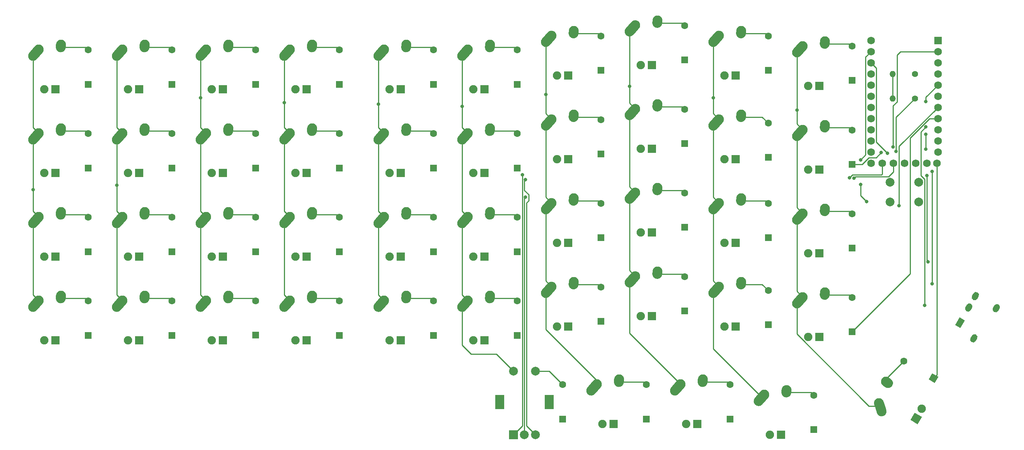
<source format=gbr>
%TF.GenerationSoftware,KiCad,Pcbnew,(5.1.9-0-10_14)*%
%TF.CreationDate,2021-04-19T01:17:04-05:00*%
%TF.ProjectId,wren-left,7772656e-2d6c-4656-9674-2e6b69636164,rev?*%
%TF.SameCoordinates,Original*%
%TF.FileFunction,Copper,L1,Top*%
%TF.FilePolarity,Positive*%
%FSLAX46Y46*%
G04 Gerber Fmt 4.6, Leading zero omitted, Abs format (unit mm)*
G04 Created by KiCad (PCBNEW (5.1.9-0-10_14)) date 2021-04-19 01:17:04*
%MOMM*%
%LPD*%
G01*
G04 APERTURE LIST*
%TA.AperFunction,ComponentPad*%
%ADD10C,0.100000*%
%TD*%
%TA.AperFunction,ComponentPad*%
%ADD11C,1.905000*%
%TD*%
%TA.AperFunction,ComponentPad*%
%ADD12C,2.250000*%
%TD*%
%TA.AperFunction,ComponentPad*%
%ADD13O,1.400000X1.400000*%
%TD*%
%TA.AperFunction,ComponentPad*%
%ADD14C,1.400000*%
%TD*%
%TA.AperFunction,ComponentPad*%
%ADD15C,1.600000*%
%TD*%
%TA.AperFunction,ComponentPad*%
%ADD16R,1.600000X1.600000*%
%TD*%
%TA.AperFunction,ComponentPad*%
%ADD17R,2.000000X2.000000*%
%TD*%
%TA.AperFunction,ComponentPad*%
%ADD18C,2.000000*%
%TD*%
%TA.AperFunction,ComponentPad*%
%ADD19R,2.000000X3.200000*%
%TD*%
%TA.AperFunction,ComponentPad*%
%ADD20C,1.752600*%
%TD*%
%TA.AperFunction,ComponentPad*%
%ADD21R,1.752600X1.752600*%
%TD*%
%TA.AperFunction,ComponentPad*%
%ADD22R,1.905000X1.905000*%
%TD*%
%TA.AperFunction,ViaPad*%
%ADD23C,0.800000*%
%TD*%
%TA.AperFunction,Conductor*%
%ADD24C,0.250000*%
%TD*%
G04 APERTURE END LIST*
%TA.AperFunction,ComponentPad*%
D10*
%TO.P,MX41,4*%
%TO.N,N/C*%
G36*
X244333548Y-117812241D02*
G01*
X242683770Y-116859741D01*
X243636270Y-115209963D01*
X245286048Y-116162463D01*
X244333548Y-117812241D01*
G37*
%TD.AperFunction*%
D11*
%TO.P,MX41,3*%
X245254909Y-114311398D03*
D12*
%TO.P,MX41,1*%
%TO.N,COL0*%
X235506398Y-113036314D03*
%TA.AperFunction,ComponentPad*%
G36*
G01*
X236465306Y-115970137D02*
X236465299Y-115970140D01*
G75*
G02*
X235046462Y-115250311I-349504J1069333D01*
G01*
X234437066Y-113385817D01*
G75*
G02*
X235156895Y-111966980I1069333J349504D01*
G01*
X235156895Y-111966980D01*
G75*
G02*
X236575732Y-112686809I349504J-1069333D01*
G01*
X237185128Y-114551303D01*
G75*
G02*
X236465299Y-115970140I-1069333J-349504D01*
G01*
G37*
%TD.AperFunction*%
%TO.P,MX41,2*%
%TO.N,Net-(D41-Pad2)*%
X237091091Y-108131545D03*
%TA.AperFunction,ComponentPad*%
G36*
G01*
X238507150Y-109083649D02*
X238506655Y-109084386D01*
G75*
G02*
X236945186Y-109389455I-933269J628200D01*
G01*
X236462892Y-109064813D01*
G75*
G02*
X236157823Y-107503344I628200J933269D01*
G01*
X236157823Y-107503344D01*
G75*
G02*
X237719292Y-107198275I933269J-628200D01*
G01*
X238201586Y-107522917D01*
G75*
G02*
X238506655Y-109084386I-628200J-933269D01*
G01*
G37*
%TD.AperFunction*%
%TD*%
D13*
%TO.P,R2,2*%
%TO.N,VCC*%
X238585000Y-43656250D03*
D14*
%TO.P,R2,1*%
%TO.N,SCL*%
X243665000Y-43656250D03*
%TD*%
D13*
%TO.P,R1,2*%
%TO.N,VCC*%
X238585000Y-38100000D03*
D14*
%TO.P,R1,1*%
%TO.N,SDA*%
X243665000Y-38100000D03*
%TD*%
D15*
%TO.P,D45,2*%
%TO.N,ENC1-IN*%
X163512500Y-108812500D03*
D16*
%TO.P,D45,1*%
%TO.N,ROW4*%
X163512500Y-116612500D03*
%TD*%
D15*
%TO.P,D44,2*%
%TO.N,Net-(D44-Pad2)*%
X182562500Y-108812500D03*
D16*
%TO.P,D44,1*%
%TO.N,ROW4*%
X182562500Y-116612500D03*
%TD*%
D15*
%TO.P,D43,2*%
%TO.N,Net-(D43-Pad2)*%
X201612500Y-108812500D03*
D16*
%TO.P,D43,1*%
%TO.N,ROW4*%
X201612500Y-116612500D03*
%TD*%
D15*
%TO.P,D42,2*%
%TO.N,Net-(D42-Pad2)*%
X220662500Y-111193750D03*
D16*
%TO.P,D42,1*%
%TO.N,ROW4*%
X220662500Y-118993750D03*
%TD*%
D15*
%TO.P,D41,2*%
%TO.N,Net-(D41-Pad2)*%
X241161001Y-103428250D03*
%TA.AperFunction,ComponentPad*%
D10*
%TO.P,D41,1*%
%TO.N,ROW4*%
G36*
X249008819Y-107035430D02*
G01*
X248208819Y-108421070D01*
X246823179Y-107621070D01*
X247623179Y-106235430D01*
X249008819Y-107035430D01*
G37*
%TD.AperFunction*%
%TD*%
D15*
%TO.P,D40,2*%
%TO.N,Net-(D40-Pad2)*%
X55605500Y-89762500D03*
D16*
%TO.P,D40,1*%
%TO.N,ROW3*%
X55605500Y-97562500D03*
%TD*%
D15*
%TO.P,D39,2*%
%TO.N,Net-(D39-Pad2)*%
X74649500Y-89762500D03*
D16*
%TO.P,D39,1*%
%TO.N,ROW3*%
X74649500Y-97562500D03*
%TD*%
D15*
%TO.P,D38,2*%
%TO.N,Net-(D38-Pad2)*%
X93693500Y-89750000D03*
D16*
%TO.P,D38,1*%
%TO.N,ROW3*%
X93693500Y-97550000D03*
%TD*%
D15*
%TO.P,D37,2*%
%TO.N,Net-(D37-Pad2)*%
X112737500Y-89762500D03*
D16*
%TO.P,D37,1*%
%TO.N,ROW3*%
X112737500Y-97562500D03*
%TD*%
D15*
%TO.P,D36,2*%
%TO.N,Net-(D36-Pad2)*%
X134162000Y-89762500D03*
D16*
%TO.P,D36,1*%
%TO.N,ROW3*%
X134162000Y-97562500D03*
%TD*%
D15*
%TO.P,D35,2*%
%TO.N,Net-(D35-Pad2)*%
X153206000Y-89762500D03*
D16*
%TO.P,D35,1*%
%TO.N,ROW3*%
X153206000Y-97562500D03*
%TD*%
D15*
%TO.P,D34,2*%
%TO.N,Net-(D34-Pad2)*%
X172250000Y-86587500D03*
D16*
%TO.P,D34,1*%
%TO.N,ROW3*%
X172250000Y-94387500D03*
%TD*%
D15*
%TO.P,D33,2*%
%TO.N,Net-(D33-Pad2)*%
X191294000Y-84206250D03*
D16*
%TO.P,D33,1*%
%TO.N,ROW3*%
X191294000Y-92006250D03*
%TD*%
D15*
%TO.P,D32,2*%
%TO.N,Net-(D32-Pad2)*%
X210338000Y-87381250D03*
D16*
%TO.P,D32,1*%
%TO.N,ROW3*%
X210338000Y-95181250D03*
%TD*%
D15*
%TO.P,D31,2*%
%TO.N,Net-(D31-Pad2)*%
X229382000Y-88968750D03*
D16*
%TO.P,D31,1*%
%TO.N,ROW3*%
X229382000Y-96768750D03*
%TD*%
D15*
%TO.P,D30,2*%
%TO.N,Net-(D30-Pad2)*%
X55605500Y-70712500D03*
D16*
%TO.P,D30,1*%
%TO.N,ROW2*%
X55605500Y-78512500D03*
%TD*%
D15*
%TO.P,D29,2*%
%TO.N,Net-(D29-Pad2)*%
X74649500Y-70712500D03*
D16*
%TO.P,D29,1*%
%TO.N,ROW2*%
X74649500Y-78512500D03*
%TD*%
D15*
%TO.P,D28,2*%
%TO.N,Net-(D28-Pad2)*%
X93693500Y-70712500D03*
D16*
%TO.P,D28,1*%
%TO.N,ROW2*%
X93693500Y-78512500D03*
%TD*%
D15*
%TO.P,D27,2*%
%TO.N,Net-(D27-Pad2)*%
X112737500Y-70712500D03*
D16*
%TO.P,D27,1*%
%TO.N,ROW2*%
X112737500Y-78512500D03*
%TD*%
D15*
%TO.P,D26,2*%
%TO.N,Net-(D26-Pad2)*%
X134162000Y-70712500D03*
D16*
%TO.P,D26,1*%
%TO.N,ROW2*%
X134162000Y-78512500D03*
%TD*%
D15*
%TO.P,D25,2*%
%TO.N,Net-(D25-Pad2)*%
X153206000Y-70712500D03*
D16*
%TO.P,D25,1*%
%TO.N,ROW2*%
X153206000Y-78512500D03*
%TD*%
D15*
%TO.P,D24,2*%
%TO.N,Net-(D24-Pad2)*%
X172250000Y-67537500D03*
D16*
%TO.P,D24,1*%
%TO.N,ROW2*%
X172250000Y-75337500D03*
%TD*%
D15*
%TO.P,D23,2*%
%TO.N,Net-(D23-Pad2)*%
X191294000Y-65156250D03*
D16*
%TO.P,D23,1*%
%TO.N,ROW2*%
X191294000Y-72956250D03*
%TD*%
D15*
%TO.P,D22,2*%
%TO.N,Net-(D22-Pad2)*%
X210338000Y-67537500D03*
D16*
%TO.P,D22,1*%
%TO.N,ROW2*%
X210338000Y-75337500D03*
%TD*%
D15*
%TO.P,D21,2*%
%TO.N,Net-(D21-Pad2)*%
X229382000Y-69918750D03*
D16*
%TO.P,D21,1*%
%TO.N,ROW2*%
X229382000Y-77718750D03*
%TD*%
D15*
%TO.P,D20,2*%
%TO.N,Net-(D20-Pad2)*%
X55605500Y-51662500D03*
D16*
%TO.P,D20,1*%
%TO.N,ROW1*%
X55605500Y-59462500D03*
%TD*%
D15*
%TO.P,D19,2*%
%TO.N,Net-(D19-Pad2)*%
X74649500Y-51662500D03*
D16*
%TO.P,D19,1*%
%TO.N,ROW1*%
X74649500Y-59462500D03*
%TD*%
D15*
%TO.P,D18,2*%
%TO.N,Net-(D18-Pad2)*%
X93693500Y-51662500D03*
D16*
%TO.P,D18,1*%
%TO.N,ROW1*%
X93693500Y-59462500D03*
%TD*%
D15*
%TO.P,D17,2*%
%TO.N,Net-(D17-Pad2)*%
X112737500Y-51662500D03*
D16*
%TO.P,D17,1*%
%TO.N,ROW1*%
X112737500Y-59462500D03*
%TD*%
D15*
%TO.P,D16,2*%
%TO.N,Net-(D16-Pad2)*%
X134162000Y-51662500D03*
D16*
%TO.P,D16,1*%
%TO.N,ROW1*%
X134162000Y-59462500D03*
%TD*%
D15*
%TO.P,D15,2*%
%TO.N,Net-(D15-Pad2)*%
X153206000Y-51662500D03*
D16*
%TO.P,D15,1*%
%TO.N,ROW1*%
X153206000Y-59462500D03*
%TD*%
D15*
%TO.P,D14,2*%
%TO.N,Net-(D14-Pad2)*%
X172250000Y-48487500D03*
D16*
%TO.P,D14,1*%
%TO.N,ROW1*%
X172250000Y-56287500D03*
%TD*%
D15*
%TO.P,D13,2*%
%TO.N,Net-(D13-Pad2)*%
X191294000Y-46106250D03*
D16*
%TO.P,D13,1*%
%TO.N,ROW1*%
X191294000Y-53906250D03*
%TD*%
D15*
%TO.P,D12,2*%
%TO.N,Net-(D12-Pad2)*%
X210338000Y-49281250D03*
D16*
%TO.P,D12,1*%
%TO.N,ROW1*%
X210338000Y-57081250D03*
%TD*%
D15*
%TO.P,D11,2*%
%TO.N,Net-(D11-Pad2)*%
X229382000Y-50868750D03*
D16*
%TO.P,D11,1*%
%TO.N,ROW1*%
X229382000Y-58668750D03*
%TD*%
D15*
%TO.P,D10,2*%
%TO.N,Net-(D10-Pad2)*%
X55605500Y-32612500D03*
D16*
%TO.P,D10,1*%
%TO.N,ROW0*%
X55605500Y-40412500D03*
%TD*%
D15*
%TO.P,D9,2*%
%TO.N,Net-(D9-Pad2)*%
X74649500Y-32612500D03*
D16*
%TO.P,D9,1*%
%TO.N,ROW0*%
X74649500Y-40412500D03*
%TD*%
D15*
%TO.P,D8,2*%
%TO.N,Net-(D8-Pad2)*%
X93693500Y-32612500D03*
D16*
%TO.P,D8,1*%
%TO.N,ROW0*%
X93693500Y-40412500D03*
%TD*%
D15*
%TO.P,D7,2*%
%TO.N,Net-(D7-Pad2)*%
X112737500Y-32612500D03*
D16*
%TO.P,D7,1*%
%TO.N,ROW0*%
X112737500Y-40412500D03*
%TD*%
D15*
%TO.P,D6,2*%
%TO.N,Net-(D6-Pad2)*%
X134162000Y-32612500D03*
D16*
%TO.P,D6,1*%
%TO.N,ROW0*%
X134162000Y-40412500D03*
%TD*%
D15*
%TO.P,D5,2*%
%TO.N,Net-(D5-Pad2)*%
X153206000Y-32612500D03*
D16*
%TO.P,D5,1*%
%TO.N,ROW0*%
X153206000Y-40412500D03*
%TD*%
D15*
%TO.P,D4,2*%
%TO.N,Net-(D4-Pad2)*%
X172250000Y-29437500D03*
D16*
%TO.P,D4,1*%
%TO.N,ROW0*%
X172250000Y-37237500D03*
%TD*%
D15*
%TO.P,D3,2*%
%TO.N,Net-(D3-Pad2)*%
X191294000Y-27056250D03*
D16*
%TO.P,D3,1*%
%TO.N,ROW0*%
X191294000Y-34856250D03*
%TD*%
D15*
%TO.P,D2,2*%
%TO.N,Net-(D2-Pad2)*%
X210338000Y-29437500D03*
D16*
%TO.P,D2,1*%
%TO.N,ROW0*%
X210338000Y-37237500D03*
%TD*%
D15*
%TO.P,D1,2*%
%TO.N,Net-(D1-Pad2)*%
X229382000Y-31756250D03*
D16*
%TO.P,D1,1*%
%TO.N,ROW0*%
X229382000Y-39556250D03*
%TD*%
D17*
%TO.P,ENC1,A*%
%TO.N,LEFT*%
X152336500Y-120237250D03*
D18*
%TO.P,ENC1,C*%
%TO.N,GND*%
X154836500Y-120237250D03*
%TO.P,ENC1,B*%
%TO.N,RIGHT*%
X157336500Y-120237250D03*
D19*
%TO.P,ENC1,MP*%
%TO.N,N/C*%
X149236500Y-112737250D03*
X160436500Y-112737250D03*
D18*
%TO.P,ENC1,S2*%
%TO.N,COL4*%
X152336500Y-105737250D03*
%TO.P,ENC1,S1*%
%TO.N,ENC1-IN*%
X157336500Y-105737250D03*
%TD*%
D20*
%TO.P,U1,25*%
%TO.N,N/C*%
X246380000Y-58420000D03*
%TO.P,U1,26*%
X243840000Y-58420000D03*
%TO.P,U1,27*%
X241300000Y-58420000D03*
%TO.P,U1,28*%
%TO.N,RIGHT*%
X238760000Y-58420000D03*
%TO.P,U1,29*%
%TO.N,LEFT*%
X236220000Y-58420000D03*
%TO.P,U1,24*%
%TO.N,N/C*%
X233680000Y-30480000D03*
%TO.P,U1,12*%
%TO.N,ROW4*%
X248691400Y-58420000D03*
%TO.P,U1,23*%
%TO.N,GND*%
X233680000Y-33020000D03*
%TO.P,U1,22*%
%TO.N,Net-(SW0-Pad1)*%
X233680000Y-35560000D03*
%TO.P,U1,21*%
%TO.N,VCC*%
X233680000Y-38100000D03*
%TO.P,U1,20*%
%TO.N,COL7*%
X233680000Y-40640000D03*
%TO.P,U1,19*%
%TO.N,COL6*%
X233680000Y-43180000D03*
%TO.P,U1,18*%
%TO.N,COL5*%
X233680000Y-45720000D03*
%TO.P,U1,17*%
%TO.N,COL4*%
X233680000Y-48260000D03*
%TO.P,U1,16*%
%TO.N,COL3*%
X233680000Y-50800000D03*
%TO.P,U1,15*%
%TO.N,COL2*%
X233680000Y-53340000D03*
%TO.P,U1,14*%
%TO.N,COL1*%
X233680000Y-55880000D03*
%TO.P,U1,13*%
%TO.N,COL0*%
X233680000Y-58420000D03*
%TO.P,U1,11*%
%TO.N,N/C*%
X248920000Y-55880000D03*
%TO.P,U1,10*%
%TO.N,COL9*%
X248920000Y-53340000D03*
%TO.P,U1,9*%
%TO.N,COL8*%
X248920000Y-50800000D03*
%TO.P,U1,8*%
%TO.N,ROW3*%
X248920000Y-48260000D03*
%TO.P,U1,7*%
%TO.N,ROW2*%
X248920000Y-45720000D03*
%TO.P,U1,6*%
%TO.N,SCL*%
X248920000Y-43180000D03*
%TO.P,U1,5*%
%TO.N,SDA*%
X248920000Y-40640000D03*
%TO.P,U1,4*%
%TO.N,N/C*%
X248920000Y-38100000D03*
%TO.P,U1,3*%
X248920000Y-35560000D03*
%TO.P,U1,2*%
%TO.N,ROW1*%
X248920000Y-33020000D03*
D21*
%TO.P,U1,1*%
%TO.N,ROW0*%
X248920000Y-30480000D03*
%TD*%
D18*
%TO.P,SW0,1*%
%TO.N,Net-(SW0-Pad1)*%
X244561500Y-62706250D03*
%TO.P,SW0,2*%
%TO.N,GND*%
X244561500Y-67206250D03*
%TO.P,SW0,1*%
%TO.N,Net-(SW0-Pad1)*%
X238061500Y-62706250D03*
%TO.P,SW0,2*%
%TO.N,GND*%
X238061500Y-67206250D03*
%TD*%
%TO.P,J1,R2*%
%TO.N,SCL*%
%TA.AperFunction,ComponentPad*%
G36*
G01*
X257936500Y-87782046D02*
X257936500Y-87782046D01*
G75*
G02*
X258192718Y-88738264I-350000J-606218D01*
G01*
X257892718Y-89257880D01*
G75*
G02*
X256936500Y-89514098I-606218J350000D01*
G01*
X256936500Y-89514098D01*
G75*
G02*
X256680282Y-88557880I350000J606218D01*
G01*
X256980282Y-88038264D01*
G75*
G02*
X257936500Y-87782046I606218J-350000D01*
G01*
G37*
%TD.AperFunction*%
%TO.P,J1,R1*%
%TO.N,VCC*%
%TA.AperFunction,ComponentPad*%
G36*
G01*
X256436500Y-90380122D02*
X256436500Y-90380122D01*
G75*
G02*
X256692718Y-91336340I-350000J-606218D01*
G01*
X256392718Y-91855956D01*
G75*
G02*
X255436500Y-92112174I-606218J350000D01*
G01*
X255436500Y-92112174D01*
G75*
G02*
X255180282Y-91155956I350000J606218D01*
G01*
X255480282Y-90636340D01*
G75*
G02*
X256436500Y-90380122I606218J-350000D01*
G01*
G37*
%TD.AperFunction*%
%TA.AperFunction,ComponentPad*%
D10*
%TO.P,J1,T*%
%TO.N,GND*%
G36*
X253830282Y-93494225D02*
G01*
X255042718Y-94194225D01*
X254042718Y-95926275D01*
X252830282Y-95226275D01*
X253830282Y-93494225D01*
G37*
%TD.AperFunction*%
%TO.P,J1,S*%
%TO.N,SDA*%
%TA.AperFunction,ComponentPad*%
G36*
G01*
X257583614Y-97393262D02*
X257583614Y-97393262D01*
G75*
G02*
X257839832Y-98349480I-350000J-606218D01*
G01*
X257539832Y-98869096D01*
G75*
G02*
X256583614Y-99125314I-606218J350000D01*
G01*
X256583614Y-99125314D01*
G75*
G02*
X256327396Y-98169096I350000J606218D01*
G01*
X256627396Y-97649480D01*
G75*
G02*
X257583614Y-97393262I606218J-350000D01*
G01*
G37*
%TD.AperFunction*%
%TO.P,J1,*%
%TO.N,*%
%TA.AperFunction,ComponentPad*%
G36*
G01*
X262699640Y-90532046D02*
X262699640Y-90532046D01*
G75*
G02*
X262955858Y-91488264I-350000J-606218D01*
G01*
X262655858Y-92007880D01*
G75*
G02*
X261699640Y-92264098I-606218J350000D01*
G01*
X261699640Y-92264098D01*
G75*
G02*
X261443422Y-91307880I350000J606218D01*
G01*
X261743422Y-90788264D01*
G75*
G02*
X262699640Y-90532046I606218J-350000D01*
G01*
G37*
%TD.AperFunction*%
%TD*%
D22*
%TO.P,MX44,4*%
%TO.N,N/C*%
X175101250Y-117792500D03*
D11*
%TO.P,MX44,3*%
X172561250Y-117792500D03*
D12*
%TO.P,MX44,1*%
%TO.N,COL3*%
X171331250Y-108712500D03*
%TA.AperFunction,ComponentPad*%
G36*
G01*
X169269938Y-111009850D02*
X169269933Y-111009845D01*
G75*
G02*
X169183905Y-109421183I751317J837345D01*
G01*
X170493907Y-107961183D01*
G75*
G02*
X172082569Y-107875155I837345J-751317D01*
G01*
X172082569Y-107875155D01*
G75*
G02*
X172168597Y-109463817I-751317J-837345D01*
G01*
X170858595Y-110923817D01*
G75*
G02*
X169269933Y-111009845I-837345J751317D01*
G01*
G37*
%TD.AperFunction*%
%TO.P,MX44,2*%
%TO.N,Net-(D44-Pad2)*%
X176371250Y-107632500D03*
%TA.AperFunction,ComponentPad*%
G36*
G01*
X176254733Y-109334895D02*
X176253847Y-109334834D01*
G75*
G02*
X175208916Y-108135097I77403J1122334D01*
G01*
X175248916Y-107555097D01*
G75*
G02*
X176448653Y-106510166I1122334J-77403D01*
G01*
X176448653Y-106510166D01*
G75*
G02*
X177493584Y-107709903I-77403J-1122334D01*
G01*
X177453584Y-108289903D01*
G75*
G02*
X176253847Y-109334834I-1122334J77403D01*
G01*
G37*
%TD.AperFunction*%
%TD*%
D22*
%TO.P,MX43,4*%
%TO.N,N/C*%
X194151250Y-117792500D03*
D11*
%TO.P,MX43,3*%
X191611250Y-117792500D03*
D12*
%TO.P,MX43,1*%
%TO.N,COL2*%
X190381250Y-108712500D03*
%TA.AperFunction,ComponentPad*%
G36*
G01*
X188319938Y-111009850D02*
X188319933Y-111009845D01*
G75*
G02*
X188233905Y-109421183I751317J837345D01*
G01*
X189543907Y-107961183D01*
G75*
G02*
X191132569Y-107875155I837345J-751317D01*
G01*
X191132569Y-107875155D01*
G75*
G02*
X191218597Y-109463817I-751317J-837345D01*
G01*
X189908595Y-110923817D01*
G75*
G02*
X188319933Y-111009845I-837345J751317D01*
G01*
G37*
%TD.AperFunction*%
%TO.P,MX43,2*%
%TO.N,Net-(D43-Pad2)*%
X195421250Y-107632500D03*
%TA.AperFunction,ComponentPad*%
G36*
G01*
X195304733Y-109334895D02*
X195303847Y-109334834D01*
G75*
G02*
X194258916Y-108135097I77403J1122334D01*
G01*
X194298916Y-107555097D01*
G75*
G02*
X195498653Y-106510166I1122334J-77403D01*
G01*
X195498653Y-106510166D01*
G75*
G02*
X196543584Y-107709903I-77403J-1122334D01*
G01*
X196503584Y-108289903D01*
G75*
G02*
X195303847Y-109334834I-1122334J77403D01*
G01*
G37*
%TD.AperFunction*%
%TD*%
D22*
%TO.P,MX42,4*%
%TO.N,N/C*%
X213201250Y-120173750D03*
D11*
%TO.P,MX42,3*%
X210661250Y-120173750D03*
D12*
%TO.P,MX42,1*%
%TO.N,COL1*%
X209431250Y-111093750D03*
%TA.AperFunction,ComponentPad*%
G36*
G01*
X207369938Y-113391100D02*
X207369933Y-113391095D01*
G75*
G02*
X207283905Y-111802433I751317J837345D01*
G01*
X208593907Y-110342433D01*
G75*
G02*
X210182569Y-110256405I837345J-751317D01*
G01*
X210182569Y-110256405D01*
G75*
G02*
X210268597Y-111845067I-751317J-837345D01*
G01*
X208958595Y-113305067D01*
G75*
G02*
X207369933Y-113391095I-837345J751317D01*
G01*
G37*
%TD.AperFunction*%
%TO.P,MX42,2*%
%TO.N,Net-(D42-Pad2)*%
X214471250Y-110013750D03*
%TA.AperFunction,ComponentPad*%
G36*
G01*
X214354733Y-111716145D02*
X214353847Y-111716084D01*
G75*
G02*
X213308916Y-110516347I77403J1122334D01*
G01*
X213348916Y-109936347D01*
G75*
G02*
X214548653Y-108891416I1122334J-77403D01*
G01*
X214548653Y-108891416D01*
G75*
G02*
X215593584Y-110091153I-77403J-1122334D01*
G01*
X215553584Y-110671153D01*
G75*
G02*
X214353847Y-111716084I-1122334J77403D01*
G01*
G37*
%TD.AperFunction*%
%TD*%
D22*
%TO.P,MX40,4*%
%TO.N,N/C*%
X48101250Y-98742500D03*
D11*
%TO.P,MX40,3*%
X45561250Y-98742500D03*
D12*
%TO.P,MX40,1*%
%TO.N,COL9*%
X44331250Y-89662500D03*
%TA.AperFunction,ComponentPad*%
G36*
G01*
X42269938Y-91959850D02*
X42269933Y-91959845D01*
G75*
G02*
X42183905Y-90371183I751317J837345D01*
G01*
X43493907Y-88911183D01*
G75*
G02*
X45082569Y-88825155I837345J-751317D01*
G01*
X45082569Y-88825155D01*
G75*
G02*
X45168597Y-90413817I-751317J-837345D01*
G01*
X43858595Y-91873817D01*
G75*
G02*
X42269933Y-91959845I-837345J751317D01*
G01*
G37*
%TD.AperFunction*%
%TO.P,MX40,2*%
%TO.N,Net-(D40-Pad2)*%
X49371250Y-88582500D03*
%TA.AperFunction,ComponentPad*%
G36*
G01*
X49254733Y-90284895D02*
X49253847Y-90284834D01*
G75*
G02*
X48208916Y-89085097I77403J1122334D01*
G01*
X48248916Y-88505097D01*
G75*
G02*
X49448653Y-87460166I1122334J-77403D01*
G01*
X49448653Y-87460166D01*
G75*
G02*
X50493584Y-88659903I-77403J-1122334D01*
G01*
X50453584Y-89239903D01*
G75*
G02*
X49253847Y-90284834I-1122334J77403D01*
G01*
G37*
%TD.AperFunction*%
%TD*%
D22*
%TO.P,MX39,4*%
%TO.N,N/C*%
X67151250Y-98742500D03*
D11*
%TO.P,MX39,3*%
X64611250Y-98742500D03*
D12*
%TO.P,MX39,1*%
%TO.N,COL8*%
X63381250Y-89662500D03*
%TA.AperFunction,ComponentPad*%
G36*
G01*
X61319938Y-91959850D02*
X61319933Y-91959845D01*
G75*
G02*
X61233905Y-90371183I751317J837345D01*
G01*
X62543907Y-88911183D01*
G75*
G02*
X64132569Y-88825155I837345J-751317D01*
G01*
X64132569Y-88825155D01*
G75*
G02*
X64218597Y-90413817I-751317J-837345D01*
G01*
X62908595Y-91873817D01*
G75*
G02*
X61319933Y-91959845I-837345J751317D01*
G01*
G37*
%TD.AperFunction*%
%TO.P,MX39,2*%
%TO.N,Net-(D39-Pad2)*%
X68421250Y-88582500D03*
%TA.AperFunction,ComponentPad*%
G36*
G01*
X68304733Y-90284895D02*
X68303847Y-90284834D01*
G75*
G02*
X67258916Y-89085097I77403J1122334D01*
G01*
X67298916Y-88505097D01*
G75*
G02*
X68498653Y-87460166I1122334J-77403D01*
G01*
X68498653Y-87460166D01*
G75*
G02*
X69543584Y-88659903I-77403J-1122334D01*
G01*
X69503584Y-89239903D01*
G75*
G02*
X68303847Y-90284834I-1122334J77403D01*
G01*
G37*
%TD.AperFunction*%
%TD*%
D22*
%TO.P,MX38,4*%
%TO.N,N/C*%
X86201250Y-98742500D03*
D11*
%TO.P,MX38,3*%
X83661250Y-98742500D03*
D12*
%TO.P,MX38,1*%
%TO.N,COL7*%
X82431250Y-89662500D03*
%TA.AperFunction,ComponentPad*%
G36*
G01*
X80369938Y-91959850D02*
X80369933Y-91959845D01*
G75*
G02*
X80283905Y-90371183I751317J837345D01*
G01*
X81593907Y-88911183D01*
G75*
G02*
X83182569Y-88825155I837345J-751317D01*
G01*
X83182569Y-88825155D01*
G75*
G02*
X83268597Y-90413817I-751317J-837345D01*
G01*
X81958595Y-91873817D01*
G75*
G02*
X80369933Y-91959845I-837345J751317D01*
G01*
G37*
%TD.AperFunction*%
%TO.P,MX38,2*%
%TO.N,Net-(D38-Pad2)*%
X87471250Y-88582500D03*
%TA.AperFunction,ComponentPad*%
G36*
G01*
X87354733Y-90284895D02*
X87353847Y-90284834D01*
G75*
G02*
X86308916Y-89085097I77403J1122334D01*
G01*
X86348916Y-88505097D01*
G75*
G02*
X87548653Y-87460166I1122334J-77403D01*
G01*
X87548653Y-87460166D01*
G75*
G02*
X88593584Y-88659903I-77403J-1122334D01*
G01*
X88553584Y-89239903D01*
G75*
G02*
X87353847Y-90284834I-1122334J77403D01*
G01*
G37*
%TD.AperFunction*%
%TD*%
D22*
%TO.P,MX37,4*%
%TO.N,N/C*%
X105251250Y-98742500D03*
D11*
%TO.P,MX37,3*%
X102711250Y-98742500D03*
D12*
%TO.P,MX37,1*%
%TO.N,COL6*%
X101481250Y-89662500D03*
%TA.AperFunction,ComponentPad*%
G36*
G01*
X99419938Y-91959850D02*
X99419933Y-91959845D01*
G75*
G02*
X99333905Y-90371183I751317J837345D01*
G01*
X100643907Y-88911183D01*
G75*
G02*
X102232569Y-88825155I837345J-751317D01*
G01*
X102232569Y-88825155D01*
G75*
G02*
X102318597Y-90413817I-751317J-837345D01*
G01*
X101008595Y-91873817D01*
G75*
G02*
X99419933Y-91959845I-837345J751317D01*
G01*
G37*
%TD.AperFunction*%
%TO.P,MX37,2*%
%TO.N,Net-(D37-Pad2)*%
X106521250Y-88582500D03*
%TA.AperFunction,ComponentPad*%
G36*
G01*
X106404733Y-90284895D02*
X106403847Y-90284834D01*
G75*
G02*
X105358916Y-89085097I77403J1122334D01*
G01*
X105398916Y-88505097D01*
G75*
G02*
X106598653Y-87460166I1122334J-77403D01*
G01*
X106598653Y-87460166D01*
G75*
G02*
X107643584Y-88659903I-77403J-1122334D01*
G01*
X107603584Y-89239903D01*
G75*
G02*
X106403847Y-90284834I-1122334J77403D01*
G01*
G37*
%TD.AperFunction*%
%TD*%
D22*
%TO.P,MX36,4*%
%TO.N,N/C*%
X126682500Y-98742500D03*
D11*
%TO.P,MX36,3*%
X124142500Y-98742500D03*
D12*
%TO.P,MX36,1*%
%TO.N,COL5*%
X122912500Y-89662500D03*
%TA.AperFunction,ComponentPad*%
G36*
G01*
X120851188Y-91959850D02*
X120851183Y-91959845D01*
G75*
G02*
X120765155Y-90371183I751317J837345D01*
G01*
X122075157Y-88911183D01*
G75*
G02*
X123663819Y-88825155I837345J-751317D01*
G01*
X123663819Y-88825155D01*
G75*
G02*
X123749847Y-90413817I-751317J-837345D01*
G01*
X122439845Y-91873817D01*
G75*
G02*
X120851183Y-91959845I-837345J751317D01*
G01*
G37*
%TD.AperFunction*%
%TO.P,MX36,2*%
%TO.N,Net-(D36-Pad2)*%
X127952500Y-88582500D03*
%TA.AperFunction,ComponentPad*%
G36*
G01*
X127835983Y-90284895D02*
X127835097Y-90284834D01*
G75*
G02*
X126790166Y-89085097I77403J1122334D01*
G01*
X126830166Y-88505097D01*
G75*
G02*
X128029903Y-87460166I1122334J-77403D01*
G01*
X128029903Y-87460166D01*
G75*
G02*
X129074834Y-88659903I-77403J-1122334D01*
G01*
X129034834Y-89239903D01*
G75*
G02*
X127835097Y-90284834I-1122334J77403D01*
G01*
G37*
%TD.AperFunction*%
%TD*%
D22*
%TO.P,MX35,4*%
%TO.N,N/C*%
X145732500Y-98742500D03*
D11*
%TO.P,MX35,3*%
X143192500Y-98742500D03*
D12*
%TO.P,MX35,1*%
%TO.N,COL4*%
X141962500Y-89662500D03*
%TA.AperFunction,ComponentPad*%
G36*
G01*
X139901188Y-91959850D02*
X139901183Y-91959845D01*
G75*
G02*
X139815155Y-90371183I751317J837345D01*
G01*
X141125157Y-88911183D01*
G75*
G02*
X142713819Y-88825155I837345J-751317D01*
G01*
X142713819Y-88825155D01*
G75*
G02*
X142799847Y-90413817I-751317J-837345D01*
G01*
X141489845Y-91873817D01*
G75*
G02*
X139901183Y-91959845I-837345J751317D01*
G01*
G37*
%TD.AperFunction*%
%TO.P,MX35,2*%
%TO.N,Net-(D35-Pad2)*%
X147002500Y-88582500D03*
%TA.AperFunction,ComponentPad*%
G36*
G01*
X146885983Y-90284895D02*
X146885097Y-90284834D01*
G75*
G02*
X145840166Y-89085097I77403J1122334D01*
G01*
X145880166Y-88505097D01*
G75*
G02*
X147079903Y-87460166I1122334J-77403D01*
G01*
X147079903Y-87460166D01*
G75*
G02*
X148124834Y-88659903I-77403J-1122334D01*
G01*
X148084834Y-89239903D01*
G75*
G02*
X146885097Y-90284834I-1122334J77403D01*
G01*
G37*
%TD.AperFunction*%
%TD*%
D22*
%TO.P,MX34,4*%
%TO.N,N/C*%
X164782500Y-95567500D03*
D11*
%TO.P,MX34,3*%
X162242500Y-95567500D03*
D12*
%TO.P,MX34,1*%
%TO.N,COL3*%
X161012500Y-86487500D03*
%TA.AperFunction,ComponentPad*%
G36*
G01*
X158951188Y-88784850D02*
X158951183Y-88784845D01*
G75*
G02*
X158865155Y-87196183I751317J837345D01*
G01*
X160175157Y-85736183D01*
G75*
G02*
X161763819Y-85650155I837345J-751317D01*
G01*
X161763819Y-85650155D01*
G75*
G02*
X161849847Y-87238817I-751317J-837345D01*
G01*
X160539845Y-88698817D01*
G75*
G02*
X158951183Y-88784845I-837345J751317D01*
G01*
G37*
%TD.AperFunction*%
%TO.P,MX34,2*%
%TO.N,Net-(D34-Pad2)*%
X166052500Y-85407500D03*
%TA.AperFunction,ComponentPad*%
G36*
G01*
X165935983Y-87109895D02*
X165935097Y-87109834D01*
G75*
G02*
X164890166Y-85910097I77403J1122334D01*
G01*
X164930166Y-85330097D01*
G75*
G02*
X166129903Y-84285166I1122334J-77403D01*
G01*
X166129903Y-84285166D01*
G75*
G02*
X167174834Y-85484903I-77403J-1122334D01*
G01*
X167134834Y-86064903D01*
G75*
G02*
X165935097Y-87109834I-1122334J77403D01*
G01*
G37*
%TD.AperFunction*%
%TD*%
D22*
%TO.P,MX33,4*%
%TO.N,N/C*%
X183832500Y-93186250D03*
D11*
%TO.P,MX33,3*%
X181292500Y-93186250D03*
D12*
%TO.P,MX33,1*%
%TO.N,COL2*%
X180062500Y-84106250D03*
%TA.AperFunction,ComponentPad*%
G36*
G01*
X178001188Y-86403600D02*
X178001183Y-86403595D01*
G75*
G02*
X177915155Y-84814933I751317J837345D01*
G01*
X179225157Y-83354933D01*
G75*
G02*
X180813819Y-83268905I837345J-751317D01*
G01*
X180813819Y-83268905D01*
G75*
G02*
X180899847Y-84857567I-751317J-837345D01*
G01*
X179589845Y-86317567D01*
G75*
G02*
X178001183Y-86403595I-837345J751317D01*
G01*
G37*
%TD.AperFunction*%
%TO.P,MX33,2*%
%TO.N,Net-(D33-Pad2)*%
X185102500Y-83026250D03*
%TA.AperFunction,ComponentPad*%
G36*
G01*
X184985983Y-84728645D02*
X184985097Y-84728584D01*
G75*
G02*
X183940166Y-83528847I77403J1122334D01*
G01*
X183980166Y-82948847D01*
G75*
G02*
X185179903Y-81903916I1122334J-77403D01*
G01*
X185179903Y-81903916D01*
G75*
G02*
X186224834Y-83103653I-77403J-1122334D01*
G01*
X186184834Y-83683653D01*
G75*
G02*
X184985097Y-84728584I-1122334J77403D01*
G01*
G37*
%TD.AperFunction*%
%TD*%
D22*
%TO.P,MX32,4*%
%TO.N,N/C*%
X202882500Y-95567500D03*
D11*
%TO.P,MX32,3*%
X200342500Y-95567500D03*
D12*
%TO.P,MX32,1*%
%TO.N,COL1*%
X199112500Y-86487500D03*
%TA.AperFunction,ComponentPad*%
G36*
G01*
X197051188Y-88784850D02*
X197051183Y-88784845D01*
G75*
G02*
X196965155Y-87196183I751317J837345D01*
G01*
X198275157Y-85736183D01*
G75*
G02*
X199863819Y-85650155I837345J-751317D01*
G01*
X199863819Y-85650155D01*
G75*
G02*
X199949847Y-87238817I-751317J-837345D01*
G01*
X198639845Y-88698817D01*
G75*
G02*
X197051183Y-88784845I-837345J751317D01*
G01*
G37*
%TD.AperFunction*%
%TO.P,MX32,2*%
%TO.N,Net-(D32-Pad2)*%
X204152500Y-85407500D03*
%TA.AperFunction,ComponentPad*%
G36*
G01*
X204035983Y-87109895D02*
X204035097Y-87109834D01*
G75*
G02*
X202990166Y-85910097I77403J1122334D01*
G01*
X203030166Y-85330097D01*
G75*
G02*
X204229903Y-84285166I1122334J-77403D01*
G01*
X204229903Y-84285166D01*
G75*
G02*
X205274834Y-85484903I-77403J-1122334D01*
G01*
X205234834Y-86064903D01*
G75*
G02*
X204035097Y-87109834I-1122334J77403D01*
G01*
G37*
%TD.AperFunction*%
%TD*%
D22*
%TO.P,MX31,4*%
%TO.N,N/C*%
X221932500Y-97948750D03*
D11*
%TO.P,MX31,3*%
X219392500Y-97948750D03*
D12*
%TO.P,MX31,1*%
%TO.N,COL0*%
X218162500Y-88868750D03*
%TA.AperFunction,ComponentPad*%
G36*
G01*
X216101188Y-91166100D02*
X216101183Y-91166095D01*
G75*
G02*
X216015155Y-89577433I751317J837345D01*
G01*
X217325157Y-88117433D01*
G75*
G02*
X218913819Y-88031405I837345J-751317D01*
G01*
X218913819Y-88031405D01*
G75*
G02*
X218999847Y-89620067I-751317J-837345D01*
G01*
X217689845Y-91080067D01*
G75*
G02*
X216101183Y-91166095I-837345J751317D01*
G01*
G37*
%TD.AperFunction*%
%TO.P,MX31,2*%
%TO.N,Net-(D31-Pad2)*%
X223202500Y-87788750D03*
%TA.AperFunction,ComponentPad*%
G36*
G01*
X223085983Y-89491145D02*
X223085097Y-89491084D01*
G75*
G02*
X222040166Y-88291347I77403J1122334D01*
G01*
X222080166Y-87711347D01*
G75*
G02*
X223279903Y-86666416I1122334J-77403D01*
G01*
X223279903Y-86666416D01*
G75*
G02*
X224324834Y-87866153I-77403J-1122334D01*
G01*
X224284834Y-88446153D01*
G75*
G02*
X223085097Y-89491084I-1122334J77403D01*
G01*
G37*
%TD.AperFunction*%
%TD*%
D22*
%TO.P,MX30,4*%
%TO.N,N/C*%
X48101250Y-79692500D03*
D11*
%TO.P,MX30,3*%
X45561250Y-79692500D03*
D12*
%TO.P,MX30,1*%
%TO.N,COL9*%
X44331250Y-70612500D03*
%TA.AperFunction,ComponentPad*%
G36*
G01*
X42269938Y-72909850D02*
X42269933Y-72909845D01*
G75*
G02*
X42183905Y-71321183I751317J837345D01*
G01*
X43493907Y-69861183D01*
G75*
G02*
X45082569Y-69775155I837345J-751317D01*
G01*
X45082569Y-69775155D01*
G75*
G02*
X45168597Y-71363817I-751317J-837345D01*
G01*
X43858595Y-72823817D01*
G75*
G02*
X42269933Y-72909845I-837345J751317D01*
G01*
G37*
%TD.AperFunction*%
%TO.P,MX30,2*%
%TO.N,Net-(D30-Pad2)*%
X49371250Y-69532500D03*
%TA.AperFunction,ComponentPad*%
G36*
G01*
X49254733Y-71234895D02*
X49253847Y-71234834D01*
G75*
G02*
X48208916Y-70035097I77403J1122334D01*
G01*
X48248916Y-69455097D01*
G75*
G02*
X49448653Y-68410166I1122334J-77403D01*
G01*
X49448653Y-68410166D01*
G75*
G02*
X50493584Y-69609903I-77403J-1122334D01*
G01*
X50453584Y-70189903D01*
G75*
G02*
X49253847Y-71234834I-1122334J77403D01*
G01*
G37*
%TD.AperFunction*%
%TD*%
D22*
%TO.P,MX29,4*%
%TO.N,N/C*%
X67151250Y-79692500D03*
D11*
%TO.P,MX29,3*%
X64611250Y-79692500D03*
D12*
%TO.P,MX29,1*%
%TO.N,COL8*%
X63381250Y-70612500D03*
%TA.AperFunction,ComponentPad*%
G36*
G01*
X61319938Y-72909850D02*
X61319933Y-72909845D01*
G75*
G02*
X61233905Y-71321183I751317J837345D01*
G01*
X62543907Y-69861183D01*
G75*
G02*
X64132569Y-69775155I837345J-751317D01*
G01*
X64132569Y-69775155D01*
G75*
G02*
X64218597Y-71363817I-751317J-837345D01*
G01*
X62908595Y-72823817D01*
G75*
G02*
X61319933Y-72909845I-837345J751317D01*
G01*
G37*
%TD.AperFunction*%
%TO.P,MX29,2*%
%TO.N,Net-(D29-Pad2)*%
X68421250Y-69532500D03*
%TA.AperFunction,ComponentPad*%
G36*
G01*
X68304733Y-71234895D02*
X68303847Y-71234834D01*
G75*
G02*
X67258916Y-70035097I77403J1122334D01*
G01*
X67298916Y-69455097D01*
G75*
G02*
X68498653Y-68410166I1122334J-77403D01*
G01*
X68498653Y-68410166D01*
G75*
G02*
X69543584Y-69609903I-77403J-1122334D01*
G01*
X69503584Y-70189903D01*
G75*
G02*
X68303847Y-71234834I-1122334J77403D01*
G01*
G37*
%TD.AperFunction*%
%TD*%
D22*
%TO.P,MX28,4*%
%TO.N,N/C*%
X86201250Y-79692500D03*
D11*
%TO.P,MX28,3*%
X83661250Y-79692500D03*
D12*
%TO.P,MX28,1*%
%TO.N,COL7*%
X82431250Y-70612500D03*
%TA.AperFunction,ComponentPad*%
G36*
G01*
X80369938Y-72909850D02*
X80369933Y-72909845D01*
G75*
G02*
X80283905Y-71321183I751317J837345D01*
G01*
X81593907Y-69861183D01*
G75*
G02*
X83182569Y-69775155I837345J-751317D01*
G01*
X83182569Y-69775155D01*
G75*
G02*
X83268597Y-71363817I-751317J-837345D01*
G01*
X81958595Y-72823817D01*
G75*
G02*
X80369933Y-72909845I-837345J751317D01*
G01*
G37*
%TD.AperFunction*%
%TO.P,MX28,2*%
%TO.N,Net-(D28-Pad2)*%
X87471250Y-69532500D03*
%TA.AperFunction,ComponentPad*%
G36*
G01*
X87354733Y-71234895D02*
X87353847Y-71234834D01*
G75*
G02*
X86308916Y-70035097I77403J1122334D01*
G01*
X86348916Y-69455097D01*
G75*
G02*
X87548653Y-68410166I1122334J-77403D01*
G01*
X87548653Y-68410166D01*
G75*
G02*
X88593584Y-69609903I-77403J-1122334D01*
G01*
X88553584Y-70189903D01*
G75*
G02*
X87353847Y-71234834I-1122334J77403D01*
G01*
G37*
%TD.AperFunction*%
%TD*%
D22*
%TO.P,MX27,4*%
%TO.N,N/C*%
X105251250Y-79692500D03*
D11*
%TO.P,MX27,3*%
X102711250Y-79692500D03*
D12*
%TO.P,MX27,1*%
%TO.N,COL6*%
X101481250Y-70612500D03*
%TA.AperFunction,ComponentPad*%
G36*
G01*
X99419938Y-72909850D02*
X99419933Y-72909845D01*
G75*
G02*
X99333905Y-71321183I751317J837345D01*
G01*
X100643907Y-69861183D01*
G75*
G02*
X102232569Y-69775155I837345J-751317D01*
G01*
X102232569Y-69775155D01*
G75*
G02*
X102318597Y-71363817I-751317J-837345D01*
G01*
X101008595Y-72823817D01*
G75*
G02*
X99419933Y-72909845I-837345J751317D01*
G01*
G37*
%TD.AperFunction*%
%TO.P,MX27,2*%
%TO.N,Net-(D27-Pad2)*%
X106521250Y-69532500D03*
%TA.AperFunction,ComponentPad*%
G36*
G01*
X106404733Y-71234895D02*
X106403847Y-71234834D01*
G75*
G02*
X105358916Y-70035097I77403J1122334D01*
G01*
X105398916Y-69455097D01*
G75*
G02*
X106598653Y-68410166I1122334J-77403D01*
G01*
X106598653Y-68410166D01*
G75*
G02*
X107643584Y-69609903I-77403J-1122334D01*
G01*
X107603584Y-70189903D01*
G75*
G02*
X106403847Y-71234834I-1122334J77403D01*
G01*
G37*
%TD.AperFunction*%
%TD*%
D22*
%TO.P,MX26,4*%
%TO.N,N/C*%
X126682500Y-79692500D03*
D11*
%TO.P,MX26,3*%
X124142500Y-79692500D03*
D12*
%TO.P,MX26,1*%
%TO.N,COL5*%
X122912500Y-70612500D03*
%TA.AperFunction,ComponentPad*%
G36*
G01*
X120851188Y-72909850D02*
X120851183Y-72909845D01*
G75*
G02*
X120765155Y-71321183I751317J837345D01*
G01*
X122075157Y-69861183D01*
G75*
G02*
X123663819Y-69775155I837345J-751317D01*
G01*
X123663819Y-69775155D01*
G75*
G02*
X123749847Y-71363817I-751317J-837345D01*
G01*
X122439845Y-72823817D01*
G75*
G02*
X120851183Y-72909845I-837345J751317D01*
G01*
G37*
%TD.AperFunction*%
%TO.P,MX26,2*%
%TO.N,Net-(D26-Pad2)*%
X127952500Y-69532500D03*
%TA.AperFunction,ComponentPad*%
G36*
G01*
X127835983Y-71234895D02*
X127835097Y-71234834D01*
G75*
G02*
X126790166Y-70035097I77403J1122334D01*
G01*
X126830166Y-69455097D01*
G75*
G02*
X128029903Y-68410166I1122334J-77403D01*
G01*
X128029903Y-68410166D01*
G75*
G02*
X129074834Y-69609903I-77403J-1122334D01*
G01*
X129034834Y-70189903D01*
G75*
G02*
X127835097Y-71234834I-1122334J77403D01*
G01*
G37*
%TD.AperFunction*%
%TD*%
D22*
%TO.P,MX25,4*%
%TO.N,N/C*%
X145732500Y-79692500D03*
D11*
%TO.P,MX25,3*%
X143192500Y-79692500D03*
D12*
%TO.P,MX25,1*%
%TO.N,COL4*%
X141962500Y-70612500D03*
%TA.AperFunction,ComponentPad*%
G36*
G01*
X139901188Y-72909850D02*
X139901183Y-72909845D01*
G75*
G02*
X139815155Y-71321183I751317J837345D01*
G01*
X141125157Y-69861183D01*
G75*
G02*
X142713819Y-69775155I837345J-751317D01*
G01*
X142713819Y-69775155D01*
G75*
G02*
X142799847Y-71363817I-751317J-837345D01*
G01*
X141489845Y-72823817D01*
G75*
G02*
X139901183Y-72909845I-837345J751317D01*
G01*
G37*
%TD.AperFunction*%
%TO.P,MX25,2*%
%TO.N,Net-(D25-Pad2)*%
X147002500Y-69532500D03*
%TA.AperFunction,ComponentPad*%
G36*
G01*
X146885983Y-71234895D02*
X146885097Y-71234834D01*
G75*
G02*
X145840166Y-70035097I77403J1122334D01*
G01*
X145880166Y-69455097D01*
G75*
G02*
X147079903Y-68410166I1122334J-77403D01*
G01*
X147079903Y-68410166D01*
G75*
G02*
X148124834Y-69609903I-77403J-1122334D01*
G01*
X148084834Y-70189903D01*
G75*
G02*
X146885097Y-71234834I-1122334J77403D01*
G01*
G37*
%TD.AperFunction*%
%TD*%
D22*
%TO.P,MX24,4*%
%TO.N,N/C*%
X164782500Y-76517500D03*
D11*
%TO.P,MX24,3*%
X162242500Y-76517500D03*
D12*
%TO.P,MX24,1*%
%TO.N,COL3*%
X161012500Y-67437500D03*
%TA.AperFunction,ComponentPad*%
G36*
G01*
X158951188Y-69734850D02*
X158951183Y-69734845D01*
G75*
G02*
X158865155Y-68146183I751317J837345D01*
G01*
X160175157Y-66686183D01*
G75*
G02*
X161763819Y-66600155I837345J-751317D01*
G01*
X161763819Y-66600155D01*
G75*
G02*
X161849847Y-68188817I-751317J-837345D01*
G01*
X160539845Y-69648817D01*
G75*
G02*
X158951183Y-69734845I-837345J751317D01*
G01*
G37*
%TD.AperFunction*%
%TO.P,MX24,2*%
%TO.N,Net-(D24-Pad2)*%
X166052500Y-66357500D03*
%TA.AperFunction,ComponentPad*%
G36*
G01*
X165935983Y-68059895D02*
X165935097Y-68059834D01*
G75*
G02*
X164890166Y-66860097I77403J1122334D01*
G01*
X164930166Y-66280097D01*
G75*
G02*
X166129903Y-65235166I1122334J-77403D01*
G01*
X166129903Y-65235166D01*
G75*
G02*
X167174834Y-66434903I-77403J-1122334D01*
G01*
X167134834Y-67014903D01*
G75*
G02*
X165935097Y-68059834I-1122334J77403D01*
G01*
G37*
%TD.AperFunction*%
%TD*%
D22*
%TO.P,MX23,4*%
%TO.N,N/C*%
X183832500Y-74136250D03*
D11*
%TO.P,MX23,3*%
X181292500Y-74136250D03*
D12*
%TO.P,MX23,1*%
%TO.N,COL2*%
X180062500Y-65056250D03*
%TA.AperFunction,ComponentPad*%
G36*
G01*
X178001188Y-67353600D02*
X178001183Y-67353595D01*
G75*
G02*
X177915155Y-65764933I751317J837345D01*
G01*
X179225157Y-64304933D01*
G75*
G02*
X180813819Y-64218905I837345J-751317D01*
G01*
X180813819Y-64218905D01*
G75*
G02*
X180899847Y-65807567I-751317J-837345D01*
G01*
X179589845Y-67267567D01*
G75*
G02*
X178001183Y-67353595I-837345J751317D01*
G01*
G37*
%TD.AperFunction*%
%TO.P,MX23,2*%
%TO.N,Net-(D23-Pad2)*%
X185102500Y-63976250D03*
%TA.AperFunction,ComponentPad*%
G36*
G01*
X184985983Y-65678645D02*
X184985097Y-65678584D01*
G75*
G02*
X183940166Y-64478847I77403J1122334D01*
G01*
X183980166Y-63898847D01*
G75*
G02*
X185179903Y-62853916I1122334J-77403D01*
G01*
X185179903Y-62853916D01*
G75*
G02*
X186224834Y-64053653I-77403J-1122334D01*
G01*
X186184834Y-64633653D01*
G75*
G02*
X184985097Y-65678584I-1122334J77403D01*
G01*
G37*
%TD.AperFunction*%
%TD*%
D22*
%TO.P,MX22,4*%
%TO.N,N/C*%
X202882500Y-76517500D03*
D11*
%TO.P,MX22,3*%
X200342500Y-76517500D03*
D12*
%TO.P,MX22,1*%
%TO.N,COL1*%
X199112500Y-67437500D03*
%TA.AperFunction,ComponentPad*%
G36*
G01*
X197051188Y-69734850D02*
X197051183Y-69734845D01*
G75*
G02*
X196965155Y-68146183I751317J837345D01*
G01*
X198275157Y-66686183D01*
G75*
G02*
X199863819Y-66600155I837345J-751317D01*
G01*
X199863819Y-66600155D01*
G75*
G02*
X199949847Y-68188817I-751317J-837345D01*
G01*
X198639845Y-69648817D01*
G75*
G02*
X197051183Y-69734845I-837345J751317D01*
G01*
G37*
%TD.AperFunction*%
%TO.P,MX22,2*%
%TO.N,Net-(D22-Pad2)*%
X204152500Y-66357500D03*
%TA.AperFunction,ComponentPad*%
G36*
G01*
X204035983Y-68059895D02*
X204035097Y-68059834D01*
G75*
G02*
X202990166Y-66860097I77403J1122334D01*
G01*
X203030166Y-66280097D01*
G75*
G02*
X204229903Y-65235166I1122334J-77403D01*
G01*
X204229903Y-65235166D01*
G75*
G02*
X205274834Y-66434903I-77403J-1122334D01*
G01*
X205234834Y-67014903D01*
G75*
G02*
X204035097Y-68059834I-1122334J77403D01*
G01*
G37*
%TD.AperFunction*%
%TD*%
D22*
%TO.P,MX21,4*%
%TO.N,N/C*%
X221932500Y-78898750D03*
D11*
%TO.P,MX21,3*%
X219392500Y-78898750D03*
D12*
%TO.P,MX21,1*%
%TO.N,COL0*%
X218162500Y-69818750D03*
%TA.AperFunction,ComponentPad*%
G36*
G01*
X216101188Y-72116100D02*
X216101183Y-72116095D01*
G75*
G02*
X216015155Y-70527433I751317J837345D01*
G01*
X217325157Y-69067433D01*
G75*
G02*
X218913819Y-68981405I837345J-751317D01*
G01*
X218913819Y-68981405D01*
G75*
G02*
X218999847Y-70570067I-751317J-837345D01*
G01*
X217689845Y-72030067D01*
G75*
G02*
X216101183Y-72116095I-837345J751317D01*
G01*
G37*
%TD.AperFunction*%
%TO.P,MX21,2*%
%TO.N,Net-(D21-Pad2)*%
X223202500Y-68738750D03*
%TA.AperFunction,ComponentPad*%
G36*
G01*
X223085983Y-70441145D02*
X223085097Y-70441084D01*
G75*
G02*
X222040166Y-69241347I77403J1122334D01*
G01*
X222080166Y-68661347D01*
G75*
G02*
X223279903Y-67616416I1122334J-77403D01*
G01*
X223279903Y-67616416D01*
G75*
G02*
X224324834Y-68816153I-77403J-1122334D01*
G01*
X224284834Y-69396153D01*
G75*
G02*
X223085097Y-70441084I-1122334J77403D01*
G01*
G37*
%TD.AperFunction*%
%TD*%
D22*
%TO.P,MX20,4*%
%TO.N,N/C*%
X48101250Y-60642500D03*
D11*
%TO.P,MX20,3*%
X45561250Y-60642500D03*
D12*
%TO.P,MX20,1*%
%TO.N,COL9*%
X44331250Y-51562500D03*
%TA.AperFunction,ComponentPad*%
G36*
G01*
X42269938Y-53859850D02*
X42269933Y-53859845D01*
G75*
G02*
X42183905Y-52271183I751317J837345D01*
G01*
X43493907Y-50811183D01*
G75*
G02*
X45082569Y-50725155I837345J-751317D01*
G01*
X45082569Y-50725155D01*
G75*
G02*
X45168597Y-52313817I-751317J-837345D01*
G01*
X43858595Y-53773817D01*
G75*
G02*
X42269933Y-53859845I-837345J751317D01*
G01*
G37*
%TD.AperFunction*%
%TO.P,MX20,2*%
%TO.N,Net-(D20-Pad2)*%
X49371250Y-50482500D03*
%TA.AperFunction,ComponentPad*%
G36*
G01*
X49254733Y-52184895D02*
X49253847Y-52184834D01*
G75*
G02*
X48208916Y-50985097I77403J1122334D01*
G01*
X48248916Y-50405097D01*
G75*
G02*
X49448653Y-49360166I1122334J-77403D01*
G01*
X49448653Y-49360166D01*
G75*
G02*
X50493584Y-50559903I-77403J-1122334D01*
G01*
X50453584Y-51139903D01*
G75*
G02*
X49253847Y-52184834I-1122334J77403D01*
G01*
G37*
%TD.AperFunction*%
%TD*%
D22*
%TO.P,MX19,4*%
%TO.N,N/C*%
X67151250Y-60642500D03*
D11*
%TO.P,MX19,3*%
X64611250Y-60642500D03*
D12*
%TO.P,MX19,1*%
%TO.N,COL8*%
X63381250Y-51562500D03*
%TA.AperFunction,ComponentPad*%
G36*
G01*
X61319938Y-53859850D02*
X61319933Y-53859845D01*
G75*
G02*
X61233905Y-52271183I751317J837345D01*
G01*
X62543907Y-50811183D01*
G75*
G02*
X64132569Y-50725155I837345J-751317D01*
G01*
X64132569Y-50725155D01*
G75*
G02*
X64218597Y-52313817I-751317J-837345D01*
G01*
X62908595Y-53773817D01*
G75*
G02*
X61319933Y-53859845I-837345J751317D01*
G01*
G37*
%TD.AperFunction*%
%TO.P,MX19,2*%
%TO.N,Net-(D19-Pad2)*%
X68421250Y-50482500D03*
%TA.AperFunction,ComponentPad*%
G36*
G01*
X68304733Y-52184895D02*
X68303847Y-52184834D01*
G75*
G02*
X67258916Y-50985097I77403J1122334D01*
G01*
X67298916Y-50405097D01*
G75*
G02*
X68498653Y-49360166I1122334J-77403D01*
G01*
X68498653Y-49360166D01*
G75*
G02*
X69543584Y-50559903I-77403J-1122334D01*
G01*
X69503584Y-51139903D01*
G75*
G02*
X68303847Y-52184834I-1122334J77403D01*
G01*
G37*
%TD.AperFunction*%
%TD*%
D22*
%TO.P,MX18,4*%
%TO.N,N/C*%
X86201250Y-60642500D03*
D11*
%TO.P,MX18,3*%
X83661250Y-60642500D03*
D12*
%TO.P,MX18,1*%
%TO.N,COL7*%
X82431250Y-51562500D03*
%TA.AperFunction,ComponentPad*%
G36*
G01*
X80369938Y-53859850D02*
X80369933Y-53859845D01*
G75*
G02*
X80283905Y-52271183I751317J837345D01*
G01*
X81593907Y-50811183D01*
G75*
G02*
X83182569Y-50725155I837345J-751317D01*
G01*
X83182569Y-50725155D01*
G75*
G02*
X83268597Y-52313817I-751317J-837345D01*
G01*
X81958595Y-53773817D01*
G75*
G02*
X80369933Y-53859845I-837345J751317D01*
G01*
G37*
%TD.AperFunction*%
%TO.P,MX18,2*%
%TO.N,Net-(D18-Pad2)*%
X87471250Y-50482500D03*
%TA.AperFunction,ComponentPad*%
G36*
G01*
X87354733Y-52184895D02*
X87353847Y-52184834D01*
G75*
G02*
X86308916Y-50985097I77403J1122334D01*
G01*
X86348916Y-50405097D01*
G75*
G02*
X87548653Y-49360166I1122334J-77403D01*
G01*
X87548653Y-49360166D01*
G75*
G02*
X88593584Y-50559903I-77403J-1122334D01*
G01*
X88553584Y-51139903D01*
G75*
G02*
X87353847Y-52184834I-1122334J77403D01*
G01*
G37*
%TD.AperFunction*%
%TD*%
D22*
%TO.P,MX17,4*%
%TO.N,N/C*%
X105251250Y-60642500D03*
D11*
%TO.P,MX17,3*%
X102711250Y-60642500D03*
D12*
%TO.P,MX17,1*%
%TO.N,COL6*%
X101481250Y-51562500D03*
%TA.AperFunction,ComponentPad*%
G36*
G01*
X99419938Y-53859850D02*
X99419933Y-53859845D01*
G75*
G02*
X99333905Y-52271183I751317J837345D01*
G01*
X100643907Y-50811183D01*
G75*
G02*
X102232569Y-50725155I837345J-751317D01*
G01*
X102232569Y-50725155D01*
G75*
G02*
X102318597Y-52313817I-751317J-837345D01*
G01*
X101008595Y-53773817D01*
G75*
G02*
X99419933Y-53859845I-837345J751317D01*
G01*
G37*
%TD.AperFunction*%
%TO.P,MX17,2*%
%TO.N,Net-(D17-Pad2)*%
X106521250Y-50482500D03*
%TA.AperFunction,ComponentPad*%
G36*
G01*
X106404733Y-52184895D02*
X106403847Y-52184834D01*
G75*
G02*
X105358916Y-50985097I77403J1122334D01*
G01*
X105398916Y-50405097D01*
G75*
G02*
X106598653Y-49360166I1122334J-77403D01*
G01*
X106598653Y-49360166D01*
G75*
G02*
X107643584Y-50559903I-77403J-1122334D01*
G01*
X107603584Y-51139903D01*
G75*
G02*
X106403847Y-52184834I-1122334J77403D01*
G01*
G37*
%TD.AperFunction*%
%TD*%
D22*
%TO.P,MX16,4*%
%TO.N,N/C*%
X126682500Y-60642500D03*
D11*
%TO.P,MX16,3*%
X124142500Y-60642500D03*
D12*
%TO.P,MX16,1*%
%TO.N,COL5*%
X122912500Y-51562500D03*
%TA.AperFunction,ComponentPad*%
G36*
G01*
X120851188Y-53859850D02*
X120851183Y-53859845D01*
G75*
G02*
X120765155Y-52271183I751317J837345D01*
G01*
X122075157Y-50811183D01*
G75*
G02*
X123663819Y-50725155I837345J-751317D01*
G01*
X123663819Y-50725155D01*
G75*
G02*
X123749847Y-52313817I-751317J-837345D01*
G01*
X122439845Y-53773817D01*
G75*
G02*
X120851183Y-53859845I-837345J751317D01*
G01*
G37*
%TD.AperFunction*%
%TO.P,MX16,2*%
%TO.N,Net-(D16-Pad2)*%
X127952500Y-50482500D03*
%TA.AperFunction,ComponentPad*%
G36*
G01*
X127835983Y-52184895D02*
X127835097Y-52184834D01*
G75*
G02*
X126790166Y-50985097I77403J1122334D01*
G01*
X126830166Y-50405097D01*
G75*
G02*
X128029903Y-49360166I1122334J-77403D01*
G01*
X128029903Y-49360166D01*
G75*
G02*
X129074834Y-50559903I-77403J-1122334D01*
G01*
X129034834Y-51139903D01*
G75*
G02*
X127835097Y-52184834I-1122334J77403D01*
G01*
G37*
%TD.AperFunction*%
%TD*%
D22*
%TO.P,MX15,4*%
%TO.N,N/C*%
X145732500Y-60642500D03*
D11*
%TO.P,MX15,3*%
X143192500Y-60642500D03*
D12*
%TO.P,MX15,1*%
%TO.N,COL4*%
X141962500Y-51562500D03*
%TA.AperFunction,ComponentPad*%
G36*
G01*
X139901188Y-53859850D02*
X139901183Y-53859845D01*
G75*
G02*
X139815155Y-52271183I751317J837345D01*
G01*
X141125157Y-50811183D01*
G75*
G02*
X142713819Y-50725155I837345J-751317D01*
G01*
X142713819Y-50725155D01*
G75*
G02*
X142799847Y-52313817I-751317J-837345D01*
G01*
X141489845Y-53773817D01*
G75*
G02*
X139901183Y-53859845I-837345J751317D01*
G01*
G37*
%TD.AperFunction*%
%TO.P,MX15,2*%
%TO.N,Net-(D15-Pad2)*%
X147002500Y-50482500D03*
%TA.AperFunction,ComponentPad*%
G36*
G01*
X146885983Y-52184895D02*
X146885097Y-52184834D01*
G75*
G02*
X145840166Y-50985097I77403J1122334D01*
G01*
X145880166Y-50405097D01*
G75*
G02*
X147079903Y-49360166I1122334J-77403D01*
G01*
X147079903Y-49360166D01*
G75*
G02*
X148124834Y-50559903I-77403J-1122334D01*
G01*
X148084834Y-51139903D01*
G75*
G02*
X146885097Y-52184834I-1122334J77403D01*
G01*
G37*
%TD.AperFunction*%
%TD*%
D22*
%TO.P,MX14,4*%
%TO.N,N/C*%
X164782500Y-57467500D03*
D11*
%TO.P,MX14,3*%
X162242500Y-57467500D03*
D12*
%TO.P,MX14,1*%
%TO.N,COL3*%
X161012500Y-48387500D03*
%TA.AperFunction,ComponentPad*%
G36*
G01*
X158951188Y-50684850D02*
X158951183Y-50684845D01*
G75*
G02*
X158865155Y-49096183I751317J837345D01*
G01*
X160175157Y-47636183D01*
G75*
G02*
X161763819Y-47550155I837345J-751317D01*
G01*
X161763819Y-47550155D01*
G75*
G02*
X161849847Y-49138817I-751317J-837345D01*
G01*
X160539845Y-50598817D01*
G75*
G02*
X158951183Y-50684845I-837345J751317D01*
G01*
G37*
%TD.AperFunction*%
%TO.P,MX14,2*%
%TO.N,Net-(D14-Pad2)*%
X166052500Y-47307500D03*
%TA.AperFunction,ComponentPad*%
G36*
G01*
X165935983Y-49009895D02*
X165935097Y-49009834D01*
G75*
G02*
X164890166Y-47810097I77403J1122334D01*
G01*
X164930166Y-47230097D01*
G75*
G02*
X166129903Y-46185166I1122334J-77403D01*
G01*
X166129903Y-46185166D01*
G75*
G02*
X167174834Y-47384903I-77403J-1122334D01*
G01*
X167134834Y-47964903D01*
G75*
G02*
X165935097Y-49009834I-1122334J77403D01*
G01*
G37*
%TD.AperFunction*%
%TD*%
D22*
%TO.P,MX13,4*%
%TO.N,N/C*%
X183832500Y-55086250D03*
D11*
%TO.P,MX13,3*%
X181292500Y-55086250D03*
D12*
%TO.P,MX13,1*%
%TO.N,COL2*%
X180062500Y-46006250D03*
%TA.AperFunction,ComponentPad*%
G36*
G01*
X178001188Y-48303600D02*
X178001183Y-48303595D01*
G75*
G02*
X177915155Y-46714933I751317J837345D01*
G01*
X179225157Y-45254933D01*
G75*
G02*
X180813819Y-45168905I837345J-751317D01*
G01*
X180813819Y-45168905D01*
G75*
G02*
X180899847Y-46757567I-751317J-837345D01*
G01*
X179589845Y-48217567D01*
G75*
G02*
X178001183Y-48303595I-837345J751317D01*
G01*
G37*
%TD.AperFunction*%
%TO.P,MX13,2*%
%TO.N,Net-(D13-Pad2)*%
X185102500Y-44926250D03*
%TA.AperFunction,ComponentPad*%
G36*
G01*
X184985983Y-46628645D02*
X184985097Y-46628584D01*
G75*
G02*
X183940166Y-45428847I77403J1122334D01*
G01*
X183980166Y-44848847D01*
G75*
G02*
X185179903Y-43803916I1122334J-77403D01*
G01*
X185179903Y-43803916D01*
G75*
G02*
X186224834Y-45003653I-77403J-1122334D01*
G01*
X186184834Y-45583653D01*
G75*
G02*
X184985097Y-46628584I-1122334J77403D01*
G01*
G37*
%TD.AperFunction*%
%TD*%
D22*
%TO.P,MX12,4*%
%TO.N,N/C*%
X202882500Y-57467500D03*
D11*
%TO.P,MX12,3*%
X200342500Y-57467500D03*
D12*
%TO.P,MX12,1*%
%TO.N,COL1*%
X199112500Y-48387500D03*
%TA.AperFunction,ComponentPad*%
G36*
G01*
X197051188Y-50684850D02*
X197051183Y-50684845D01*
G75*
G02*
X196965155Y-49096183I751317J837345D01*
G01*
X198275157Y-47636183D01*
G75*
G02*
X199863819Y-47550155I837345J-751317D01*
G01*
X199863819Y-47550155D01*
G75*
G02*
X199949847Y-49138817I-751317J-837345D01*
G01*
X198639845Y-50598817D01*
G75*
G02*
X197051183Y-50684845I-837345J751317D01*
G01*
G37*
%TD.AperFunction*%
%TO.P,MX12,2*%
%TO.N,Net-(D12-Pad2)*%
X204152500Y-47307500D03*
%TA.AperFunction,ComponentPad*%
G36*
G01*
X204035983Y-49009895D02*
X204035097Y-49009834D01*
G75*
G02*
X202990166Y-47810097I77403J1122334D01*
G01*
X203030166Y-47230097D01*
G75*
G02*
X204229903Y-46185166I1122334J-77403D01*
G01*
X204229903Y-46185166D01*
G75*
G02*
X205274834Y-47384903I-77403J-1122334D01*
G01*
X205234834Y-47964903D01*
G75*
G02*
X204035097Y-49009834I-1122334J77403D01*
G01*
G37*
%TD.AperFunction*%
%TD*%
D22*
%TO.P,MX11,4*%
%TO.N,N/C*%
X221932500Y-59848750D03*
D11*
%TO.P,MX11,3*%
X219392500Y-59848750D03*
D12*
%TO.P,MX11,1*%
%TO.N,COL0*%
X218162500Y-50768750D03*
%TA.AperFunction,ComponentPad*%
G36*
G01*
X216101188Y-53066100D02*
X216101183Y-53066095D01*
G75*
G02*
X216015155Y-51477433I751317J837345D01*
G01*
X217325157Y-50017433D01*
G75*
G02*
X218913819Y-49931405I837345J-751317D01*
G01*
X218913819Y-49931405D01*
G75*
G02*
X218999847Y-51520067I-751317J-837345D01*
G01*
X217689845Y-52980067D01*
G75*
G02*
X216101183Y-53066095I-837345J751317D01*
G01*
G37*
%TD.AperFunction*%
%TO.P,MX11,2*%
%TO.N,Net-(D11-Pad2)*%
X223202500Y-49688750D03*
%TA.AperFunction,ComponentPad*%
G36*
G01*
X223085983Y-51391145D02*
X223085097Y-51391084D01*
G75*
G02*
X222040166Y-50191347I77403J1122334D01*
G01*
X222080166Y-49611347D01*
G75*
G02*
X223279903Y-48566416I1122334J-77403D01*
G01*
X223279903Y-48566416D01*
G75*
G02*
X224324834Y-49766153I-77403J-1122334D01*
G01*
X224284834Y-50346153D01*
G75*
G02*
X223085097Y-51391084I-1122334J77403D01*
G01*
G37*
%TD.AperFunction*%
%TD*%
D22*
%TO.P,MX10,4*%
%TO.N,N/C*%
X48101250Y-41592500D03*
D11*
%TO.P,MX10,3*%
X45561250Y-41592500D03*
D12*
%TO.P,MX10,1*%
%TO.N,COL9*%
X44331250Y-32512500D03*
%TA.AperFunction,ComponentPad*%
G36*
G01*
X42269938Y-34809850D02*
X42269933Y-34809845D01*
G75*
G02*
X42183905Y-33221183I751317J837345D01*
G01*
X43493907Y-31761183D01*
G75*
G02*
X45082569Y-31675155I837345J-751317D01*
G01*
X45082569Y-31675155D01*
G75*
G02*
X45168597Y-33263817I-751317J-837345D01*
G01*
X43858595Y-34723817D01*
G75*
G02*
X42269933Y-34809845I-837345J751317D01*
G01*
G37*
%TD.AperFunction*%
%TO.P,MX10,2*%
%TO.N,Net-(D10-Pad2)*%
X49371250Y-31432500D03*
%TA.AperFunction,ComponentPad*%
G36*
G01*
X49254733Y-33134895D02*
X49253847Y-33134834D01*
G75*
G02*
X48208916Y-31935097I77403J1122334D01*
G01*
X48248916Y-31355097D01*
G75*
G02*
X49448653Y-30310166I1122334J-77403D01*
G01*
X49448653Y-30310166D01*
G75*
G02*
X50493584Y-31509903I-77403J-1122334D01*
G01*
X50453584Y-32089903D01*
G75*
G02*
X49253847Y-33134834I-1122334J77403D01*
G01*
G37*
%TD.AperFunction*%
%TD*%
D22*
%TO.P,MX9,4*%
%TO.N,N/C*%
X67151250Y-41592500D03*
D11*
%TO.P,MX9,3*%
X64611250Y-41592500D03*
D12*
%TO.P,MX9,1*%
%TO.N,COL8*%
X63381250Y-32512500D03*
%TA.AperFunction,ComponentPad*%
G36*
G01*
X61319938Y-34809850D02*
X61319933Y-34809845D01*
G75*
G02*
X61233905Y-33221183I751317J837345D01*
G01*
X62543907Y-31761183D01*
G75*
G02*
X64132569Y-31675155I837345J-751317D01*
G01*
X64132569Y-31675155D01*
G75*
G02*
X64218597Y-33263817I-751317J-837345D01*
G01*
X62908595Y-34723817D01*
G75*
G02*
X61319933Y-34809845I-837345J751317D01*
G01*
G37*
%TD.AperFunction*%
%TO.P,MX9,2*%
%TO.N,Net-(D9-Pad2)*%
X68421250Y-31432500D03*
%TA.AperFunction,ComponentPad*%
G36*
G01*
X68304733Y-33134895D02*
X68303847Y-33134834D01*
G75*
G02*
X67258916Y-31935097I77403J1122334D01*
G01*
X67298916Y-31355097D01*
G75*
G02*
X68498653Y-30310166I1122334J-77403D01*
G01*
X68498653Y-30310166D01*
G75*
G02*
X69543584Y-31509903I-77403J-1122334D01*
G01*
X69503584Y-32089903D01*
G75*
G02*
X68303847Y-33134834I-1122334J77403D01*
G01*
G37*
%TD.AperFunction*%
%TD*%
D22*
%TO.P,MX8,4*%
%TO.N,N/C*%
X86201250Y-41592500D03*
D11*
%TO.P,MX8,3*%
X83661250Y-41592500D03*
D12*
%TO.P,MX8,1*%
%TO.N,COL7*%
X82431250Y-32512500D03*
%TA.AperFunction,ComponentPad*%
G36*
G01*
X80369938Y-34809850D02*
X80369933Y-34809845D01*
G75*
G02*
X80283905Y-33221183I751317J837345D01*
G01*
X81593907Y-31761183D01*
G75*
G02*
X83182569Y-31675155I837345J-751317D01*
G01*
X83182569Y-31675155D01*
G75*
G02*
X83268597Y-33263817I-751317J-837345D01*
G01*
X81958595Y-34723817D01*
G75*
G02*
X80369933Y-34809845I-837345J751317D01*
G01*
G37*
%TD.AperFunction*%
%TO.P,MX8,2*%
%TO.N,Net-(D8-Pad2)*%
X87471250Y-31432500D03*
%TA.AperFunction,ComponentPad*%
G36*
G01*
X87354733Y-33134895D02*
X87353847Y-33134834D01*
G75*
G02*
X86308916Y-31935097I77403J1122334D01*
G01*
X86348916Y-31355097D01*
G75*
G02*
X87548653Y-30310166I1122334J-77403D01*
G01*
X87548653Y-30310166D01*
G75*
G02*
X88593584Y-31509903I-77403J-1122334D01*
G01*
X88553584Y-32089903D01*
G75*
G02*
X87353847Y-33134834I-1122334J77403D01*
G01*
G37*
%TD.AperFunction*%
%TD*%
D22*
%TO.P,MX7,4*%
%TO.N,N/C*%
X105251250Y-41592500D03*
D11*
%TO.P,MX7,3*%
X102711250Y-41592500D03*
D12*
%TO.P,MX7,1*%
%TO.N,COL6*%
X101481250Y-32512500D03*
%TA.AperFunction,ComponentPad*%
G36*
G01*
X99419938Y-34809850D02*
X99419933Y-34809845D01*
G75*
G02*
X99333905Y-33221183I751317J837345D01*
G01*
X100643907Y-31761183D01*
G75*
G02*
X102232569Y-31675155I837345J-751317D01*
G01*
X102232569Y-31675155D01*
G75*
G02*
X102318597Y-33263817I-751317J-837345D01*
G01*
X101008595Y-34723817D01*
G75*
G02*
X99419933Y-34809845I-837345J751317D01*
G01*
G37*
%TD.AperFunction*%
%TO.P,MX7,2*%
%TO.N,Net-(D7-Pad2)*%
X106521250Y-31432500D03*
%TA.AperFunction,ComponentPad*%
G36*
G01*
X106404733Y-33134895D02*
X106403847Y-33134834D01*
G75*
G02*
X105358916Y-31935097I77403J1122334D01*
G01*
X105398916Y-31355097D01*
G75*
G02*
X106598653Y-30310166I1122334J-77403D01*
G01*
X106598653Y-30310166D01*
G75*
G02*
X107643584Y-31509903I-77403J-1122334D01*
G01*
X107603584Y-32089903D01*
G75*
G02*
X106403847Y-33134834I-1122334J77403D01*
G01*
G37*
%TD.AperFunction*%
%TD*%
D22*
%TO.P,MX6,4*%
%TO.N,N/C*%
X126682500Y-41592500D03*
D11*
%TO.P,MX6,3*%
X124142500Y-41592500D03*
D12*
%TO.P,MX6,1*%
%TO.N,COL5*%
X122912500Y-32512500D03*
%TA.AperFunction,ComponentPad*%
G36*
G01*
X120851188Y-34809850D02*
X120851183Y-34809845D01*
G75*
G02*
X120765155Y-33221183I751317J837345D01*
G01*
X122075157Y-31761183D01*
G75*
G02*
X123663819Y-31675155I837345J-751317D01*
G01*
X123663819Y-31675155D01*
G75*
G02*
X123749847Y-33263817I-751317J-837345D01*
G01*
X122439845Y-34723817D01*
G75*
G02*
X120851183Y-34809845I-837345J751317D01*
G01*
G37*
%TD.AperFunction*%
%TO.P,MX6,2*%
%TO.N,Net-(D6-Pad2)*%
X127952500Y-31432500D03*
%TA.AperFunction,ComponentPad*%
G36*
G01*
X127835983Y-33134895D02*
X127835097Y-33134834D01*
G75*
G02*
X126790166Y-31935097I77403J1122334D01*
G01*
X126830166Y-31355097D01*
G75*
G02*
X128029903Y-30310166I1122334J-77403D01*
G01*
X128029903Y-30310166D01*
G75*
G02*
X129074834Y-31509903I-77403J-1122334D01*
G01*
X129034834Y-32089903D01*
G75*
G02*
X127835097Y-33134834I-1122334J77403D01*
G01*
G37*
%TD.AperFunction*%
%TD*%
D22*
%TO.P,MX5,4*%
%TO.N,N/C*%
X145732500Y-41592500D03*
D11*
%TO.P,MX5,3*%
X143192500Y-41592500D03*
D12*
%TO.P,MX5,1*%
%TO.N,COL4*%
X141962500Y-32512500D03*
%TA.AperFunction,ComponentPad*%
G36*
G01*
X139901188Y-34809850D02*
X139901183Y-34809845D01*
G75*
G02*
X139815155Y-33221183I751317J837345D01*
G01*
X141125157Y-31761183D01*
G75*
G02*
X142713819Y-31675155I837345J-751317D01*
G01*
X142713819Y-31675155D01*
G75*
G02*
X142799847Y-33263817I-751317J-837345D01*
G01*
X141489845Y-34723817D01*
G75*
G02*
X139901183Y-34809845I-837345J751317D01*
G01*
G37*
%TD.AperFunction*%
%TO.P,MX5,2*%
%TO.N,Net-(D5-Pad2)*%
X147002500Y-31432500D03*
%TA.AperFunction,ComponentPad*%
G36*
G01*
X146885983Y-33134895D02*
X146885097Y-33134834D01*
G75*
G02*
X145840166Y-31935097I77403J1122334D01*
G01*
X145880166Y-31355097D01*
G75*
G02*
X147079903Y-30310166I1122334J-77403D01*
G01*
X147079903Y-30310166D01*
G75*
G02*
X148124834Y-31509903I-77403J-1122334D01*
G01*
X148084834Y-32089903D01*
G75*
G02*
X146885097Y-33134834I-1122334J77403D01*
G01*
G37*
%TD.AperFunction*%
%TD*%
D22*
%TO.P,MX4,4*%
%TO.N,N/C*%
X164782500Y-38417500D03*
D11*
%TO.P,MX4,3*%
X162242500Y-38417500D03*
D12*
%TO.P,MX4,1*%
%TO.N,COL3*%
X161012500Y-29337500D03*
%TA.AperFunction,ComponentPad*%
G36*
G01*
X158951188Y-31634850D02*
X158951183Y-31634845D01*
G75*
G02*
X158865155Y-30046183I751317J837345D01*
G01*
X160175157Y-28586183D01*
G75*
G02*
X161763819Y-28500155I837345J-751317D01*
G01*
X161763819Y-28500155D01*
G75*
G02*
X161849847Y-30088817I-751317J-837345D01*
G01*
X160539845Y-31548817D01*
G75*
G02*
X158951183Y-31634845I-837345J751317D01*
G01*
G37*
%TD.AperFunction*%
%TO.P,MX4,2*%
%TO.N,Net-(D4-Pad2)*%
X166052500Y-28257500D03*
%TA.AperFunction,ComponentPad*%
G36*
G01*
X165935983Y-29959895D02*
X165935097Y-29959834D01*
G75*
G02*
X164890166Y-28760097I77403J1122334D01*
G01*
X164930166Y-28180097D01*
G75*
G02*
X166129903Y-27135166I1122334J-77403D01*
G01*
X166129903Y-27135166D01*
G75*
G02*
X167174834Y-28334903I-77403J-1122334D01*
G01*
X167134834Y-28914903D01*
G75*
G02*
X165935097Y-29959834I-1122334J77403D01*
G01*
G37*
%TD.AperFunction*%
%TD*%
D22*
%TO.P,MX3,4*%
%TO.N,N/C*%
X183832500Y-36036250D03*
D11*
%TO.P,MX3,3*%
X181292500Y-36036250D03*
D12*
%TO.P,MX3,1*%
%TO.N,COL2*%
X180062500Y-26956250D03*
%TA.AperFunction,ComponentPad*%
G36*
G01*
X178001188Y-29253600D02*
X178001183Y-29253595D01*
G75*
G02*
X177915155Y-27664933I751317J837345D01*
G01*
X179225157Y-26204933D01*
G75*
G02*
X180813819Y-26118905I837345J-751317D01*
G01*
X180813819Y-26118905D01*
G75*
G02*
X180899847Y-27707567I-751317J-837345D01*
G01*
X179589845Y-29167567D01*
G75*
G02*
X178001183Y-29253595I-837345J751317D01*
G01*
G37*
%TD.AperFunction*%
%TO.P,MX3,2*%
%TO.N,Net-(D3-Pad2)*%
X185102500Y-25876250D03*
%TA.AperFunction,ComponentPad*%
G36*
G01*
X184985983Y-27578645D02*
X184985097Y-27578584D01*
G75*
G02*
X183940166Y-26378847I77403J1122334D01*
G01*
X183980166Y-25798847D01*
G75*
G02*
X185179903Y-24753916I1122334J-77403D01*
G01*
X185179903Y-24753916D01*
G75*
G02*
X186224834Y-25953653I-77403J-1122334D01*
G01*
X186184834Y-26533653D01*
G75*
G02*
X184985097Y-27578584I-1122334J77403D01*
G01*
G37*
%TD.AperFunction*%
%TD*%
D22*
%TO.P,MX2,4*%
%TO.N,N/C*%
X202882500Y-38417500D03*
D11*
%TO.P,MX2,3*%
X200342500Y-38417500D03*
D12*
%TO.P,MX2,1*%
%TO.N,COL1*%
X199112500Y-29337500D03*
%TA.AperFunction,ComponentPad*%
G36*
G01*
X197051188Y-31634850D02*
X197051183Y-31634845D01*
G75*
G02*
X196965155Y-30046183I751317J837345D01*
G01*
X198275157Y-28586183D01*
G75*
G02*
X199863819Y-28500155I837345J-751317D01*
G01*
X199863819Y-28500155D01*
G75*
G02*
X199949847Y-30088817I-751317J-837345D01*
G01*
X198639845Y-31548817D01*
G75*
G02*
X197051183Y-31634845I-837345J751317D01*
G01*
G37*
%TD.AperFunction*%
%TO.P,MX2,2*%
%TO.N,Net-(D2-Pad2)*%
X204152500Y-28257500D03*
%TA.AperFunction,ComponentPad*%
G36*
G01*
X204035983Y-29959895D02*
X204035097Y-29959834D01*
G75*
G02*
X202990166Y-28760097I77403J1122334D01*
G01*
X203030166Y-28180097D01*
G75*
G02*
X204229903Y-27135166I1122334J-77403D01*
G01*
X204229903Y-27135166D01*
G75*
G02*
X205274834Y-28334903I-77403J-1122334D01*
G01*
X205234834Y-28914903D01*
G75*
G02*
X204035097Y-29959834I-1122334J77403D01*
G01*
G37*
%TD.AperFunction*%
%TD*%
D22*
%TO.P,MX1,4*%
%TO.N,N/C*%
X221932500Y-40798750D03*
D11*
%TO.P,MX1,3*%
X219392500Y-40798750D03*
D12*
%TO.P,MX1,1*%
%TO.N,COL0*%
X218162500Y-31718750D03*
%TA.AperFunction,ComponentPad*%
G36*
G01*
X216101188Y-34016100D02*
X216101183Y-34016095D01*
G75*
G02*
X216015155Y-32427433I751317J837345D01*
G01*
X217325157Y-30967433D01*
G75*
G02*
X218913819Y-30881405I837345J-751317D01*
G01*
X218913819Y-30881405D01*
G75*
G02*
X218999847Y-32470067I-751317J-837345D01*
G01*
X217689845Y-33930067D01*
G75*
G02*
X216101183Y-34016095I-837345J751317D01*
G01*
G37*
%TD.AperFunction*%
%TO.P,MX1,2*%
%TO.N,Net-(D1-Pad2)*%
X223202500Y-30638750D03*
%TA.AperFunction,ComponentPad*%
G36*
G01*
X223085983Y-32341145D02*
X223085097Y-32341084D01*
G75*
G02*
X222040166Y-31141347I77403J1122334D01*
G01*
X222080166Y-30561347D01*
G75*
G02*
X223279903Y-29516416I1122334J-77403D01*
G01*
X223279903Y-29516416D01*
G75*
G02*
X224324834Y-30716153I-77403J-1122334D01*
G01*
X224284834Y-31296153D01*
G75*
G02*
X223085097Y-32341084I-1122334J77403D01*
G01*
G37*
%TD.AperFunction*%
%TD*%
D23*
%TO.N,ROW1*%
X236029500Y-55975250D03*
X238696500Y-54705250D03*
%TO.N,ROW2*%
X240098699Y-68035051D03*
%TO.N,COL0*%
X216852500Y-46323250D03*
%TO.N,COL1*%
X197802500Y-43529250D03*
%TO.N,COL2*%
X178752500Y-40862250D03*
%TO.N,COL3*%
X159702500Y-42767250D03*
%TO.N,COL4*%
X140652500Y-45434250D03*
%TO.N,COL5*%
X121602500Y-44926250D03*
%TO.N,COL6*%
X100171250Y-44640500D03*
%TO.N,COL7*%
X81121250Y-43532500D03*
%TO.N,COL8*%
X62071250Y-63382250D03*
%TO.N,COL9*%
X43021250Y-64405500D03*
%TO.N,VCC*%
X246189500Y-51784250D03*
X246189500Y-55213250D03*
X247586500Y-60293250D03*
X247586500Y-85820250D03*
%TO.N,SDA*%
X246189500Y-44381250D03*
X246178983Y-50122733D03*
X245935500Y-90773250D03*
%TO.N,SCL*%
X239373699Y-55721250D03*
X246443500Y-61182250D03*
X246697500Y-80867250D03*
%TO.N,GND*%
X231330500Y-57626250D03*
X231330500Y-63214250D03*
X232727500Y-67151250D03*
X155093500Y-66135250D03*
%TO.N,Net-(SW0-Pad1)*%
X237426500Y-56102250D03*
%TO.N,LEFT*%
X154368500Y-61055250D03*
X228790500Y-61690250D03*
%TO.N,RIGHT*%
X155099972Y-62167722D03*
X229806500Y-61817250D03*
%TD*%
D24*
%TO.N,Net-(D1-Pad2)*%
X228844500Y-31218750D02*
X229382000Y-31756250D01*
X223162500Y-31218750D02*
X228844500Y-31218750D01*
%TO.N,Net-(D2-Pad2)*%
X209738000Y-28837500D02*
X210338000Y-29437500D01*
X204112500Y-28837500D02*
X209738000Y-28837500D01*
%TO.N,Net-(D3-Pad2)*%
X190694000Y-26456250D02*
X191294000Y-27056250D01*
X185062500Y-26456250D02*
X190694000Y-26456250D01*
%TO.N,Net-(D4-Pad2)*%
X171650000Y-28837500D02*
X172250000Y-29437500D01*
X166012500Y-28837500D02*
X171650000Y-28837500D01*
%TO.N,Net-(D5-Pad2)*%
X152606000Y-32012500D02*
X153206000Y-32612500D01*
X146962500Y-32012500D02*
X152606000Y-32012500D01*
%TO.N,Net-(D6-Pad2)*%
X133562000Y-32012500D02*
X134162000Y-32612500D01*
X127912500Y-32012500D02*
X133562000Y-32012500D01*
%TO.N,Net-(D7-Pad2)*%
X112137500Y-32012500D02*
X112737500Y-32612500D01*
X106481250Y-32012500D02*
X112137500Y-32012500D01*
%TO.N,Net-(D8-Pad2)*%
X93093500Y-32012500D02*
X93693500Y-32612500D01*
X87431250Y-32012500D02*
X93093500Y-32012500D01*
%TO.N,Net-(D9-Pad2)*%
X74049500Y-32012500D02*
X74649500Y-32612500D01*
X68381250Y-32012500D02*
X74049500Y-32012500D01*
%TO.N,Net-(D10-Pad2)*%
X55005500Y-32012500D02*
X55605500Y-32612500D01*
X49331250Y-32012500D02*
X55005500Y-32012500D01*
%TO.N,Net-(D11-Pad2)*%
X228782000Y-50268750D02*
X229382000Y-50868750D01*
X223162500Y-50268750D02*
X228782000Y-50268750D01*
%TO.N,ROW1*%
X231653324Y-58668750D02*
X229382000Y-58668750D01*
X233224315Y-57097759D02*
X231653324Y-58668750D01*
X234906991Y-57097759D02*
X234612009Y-57097759D01*
X234612009Y-57097759D02*
X233224315Y-57097759D01*
X234739009Y-57097759D02*
X234612009Y-57097759D01*
X240364752Y-33020000D02*
X248920000Y-33020000D01*
X239610001Y-33774751D02*
X240364752Y-33020000D01*
X239610001Y-44393749D02*
X239610001Y-33774751D01*
X234906991Y-57097759D02*
X236029500Y-55975250D01*
X238696500Y-54705250D02*
X238696500Y-45307250D01*
X239610001Y-44393749D02*
X238696500Y-45307250D01*
%TO.N,Net-(D12-Pad2)*%
X208944250Y-47887500D02*
X210338000Y-49281250D01*
X204112500Y-47887500D02*
X208944250Y-47887500D01*
%TO.N,Net-(D13-Pad2)*%
X190694000Y-45506250D02*
X191294000Y-46106250D01*
X185062500Y-45506250D02*
X190694000Y-45506250D01*
%TO.N,Net-(D14-Pad2)*%
X171650000Y-47887500D02*
X172250000Y-48487500D01*
X166012500Y-47887500D02*
X171650000Y-47887500D01*
%TO.N,Net-(D15-Pad2)*%
X152606000Y-51062500D02*
X153206000Y-51662500D01*
X146962500Y-51062500D02*
X152606000Y-51062500D01*
%TO.N,Net-(D16-Pad2)*%
X133562000Y-51062500D02*
X134162000Y-51662500D01*
X127912500Y-51062500D02*
X133562000Y-51062500D01*
%TO.N,Net-(D17-Pad2)*%
X112137500Y-51062500D02*
X112737500Y-51662500D01*
X106481250Y-51062500D02*
X112137500Y-51062500D01*
%TO.N,Net-(D18-Pad2)*%
X93093500Y-51062500D02*
X93693500Y-51662500D01*
X87431250Y-51062500D02*
X93093500Y-51062500D01*
%TO.N,Net-(D19-Pad2)*%
X74049500Y-51062500D02*
X74649500Y-51662500D01*
X68381250Y-51062500D02*
X74049500Y-51062500D01*
%TO.N,Net-(D20-Pad2)*%
X55005500Y-51062500D02*
X55605500Y-51662500D01*
X49331250Y-51062500D02*
X55005500Y-51062500D01*
%TO.N,Net-(D21-Pad2)*%
X228782000Y-69318750D02*
X229382000Y-69918750D01*
X223162500Y-69318750D02*
X228782000Y-69318750D01*
%TO.N,ROW2*%
X240098699Y-54541301D02*
X240098699Y-68035051D01*
X248920000Y-45720000D02*
X240098699Y-54541301D01*
%TO.N,Net-(D22-Pad2)*%
X209738000Y-66937500D02*
X210338000Y-67537500D01*
X204112500Y-66937500D02*
X209738000Y-66937500D01*
%TO.N,Net-(D23-Pad2)*%
X190694000Y-64556250D02*
X191294000Y-65156250D01*
X185062500Y-64556250D02*
X190694000Y-64556250D01*
%TO.N,Net-(D24-Pad2)*%
X171650000Y-66937500D02*
X172250000Y-67537500D01*
X166012500Y-66937500D02*
X171650000Y-66937500D01*
%TO.N,Net-(D25-Pad2)*%
X152606000Y-70112500D02*
X153206000Y-70712500D01*
X146962500Y-70112500D02*
X152606000Y-70112500D01*
%TO.N,Net-(D26-Pad2)*%
X133562000Y-70112500D02*
X134162000Y-70712500D01*
X127912500Y-70112500D02*
X133562000Y-70112500D01*
%TO.N,Net-(D27-Pad2)*%
X112137500Y-70112500D02*
X112737500Y-70712500D01*
X106481250Y-70112500D02*
X112137500Y-70112500D01*
%TO.N,Net-(D28-Pad2)*%
X93093500Y-70112500D02*
X93693500Y-70712500D01*
X87431250Y-70112500D02*
X93093500Y-70112500D01*
%TO.N,Net-(D29-Pad2)*%
X74049500Y-70112500D02*
X74649500Y-70712500D01*
X68381250Y-70112500D02*
X74049500Y-70112500D01*
%TO.N,Net-(D30-Pad2)*%
X55005500Y-70112500D02*
X55605500Y-70712500D01*
X49331250Y-70112500D02*
X55005500Y-70112500D01*
%TO.N,Net-(D31-Pad2)*%
X228782000Y-88368750D02*
X229382000Y-88968750D01*
X223162500Y-88368750D02*
X228782000Y-88368750D01*
%TO.N,ROW3*%
X242638699Y-83512051D02*
X229382000Y-96768750D01*
X247016410Y-48260000D02*
X242638699Y-52637711D01*
X242638699Y-52637711D02*
X242638699Y-83512051D01*
X248920000Y-48260000D02*
X247016410Y-48260000D01*
%TO.N,Net-(D32-Pad2)*%
X208944250Y-85987500D02*
X210338000Y-87381250D01*
X204112500Y-85987500D02*
X208944250Y-85987500D01*
%TO.N,Net-(D33-Pad2)*%
X190694000Y-83606250D02*
X191294000Y-84206250D01*
X185062500Y-83606250D02*
X190694000Y-83606250D01*
%TO.N,Net-(D34-Pad2)*%
X171650000Y-85987500D02*
X172250000Y-86587500D01*
X166012500Y-85987500D02*
X171650000Y-85987500D01*
%TO.N,Net-(D35-Pad2)*%
X152606000Y-89162500D02*
X153206000Y-89762500D01*
X146962500Y-89162500D02*
X152606000Y-89162500D01*
%TO.N,Net-(D36-Pad2)*%
X133562000Y-89162500D02*
X134162000Y-89762500D01*
X127912500Y-89162500D02*
X133562000Y-89162500D01*
%TO.N,Net-(D37-Pad2)*%
X112137500Y-89162500D02*
X112737500Y-89762500D01*
X106481250Y-89162500D02*
X112137500Y-89162500D01*
%TO.N,Net-(D38-Pad2)*%
X93106000Y-89162500D02*
X93693500Y-89750000D01*
X87431250Y-89162500D02*
X93106000Y-89162500D01*
%TO.N,Net-(D39-Pad2)*%
X74049500Y-89162500D02*
X74649500Y-89762500D01*
X68381250Y-89162500D02*
X74049500Y-89162500D01*
%TO.N,Net-(D40-Pad2)*%
X55005500Y-89162500D02*
X55605500Y-89762500D01*
X49331250Y-89162500D02*
X55005500Y-89162500D01*
%TO.N,ROW4*%
X248691400Y-106552849D02*
X247915999Y-107328250D01*
X248691400Y-58420000D02*
X248691400Y-106552849D01*
%TO.N,Net-(D42-Pad2)*%
X220062500Y-110593750D02*
X220662500Y-111193750D01*
X214431250Y-110593750D02*
X220062500Y-110593750D01*
%TO.N,Net-(D43-Pad2)*%
X201012500Y-108212500D02*
X201612500Y-108812500D01*
X195381250Y-108212500D02*
X201012500Y-108212500D01*
%TO.N,Net-(D44-Pad2)*%
X181962500Y-108212500D02*
X182562500Y-108812500D01*
X176331250Y-108212500D02*
X181962500Y-108212500D01*
%TO.N,COL0*%
X216852500Y-49458750D02*
X218162500Y-50768750D01*
X216852500Y-68508750D02*
X218162500Y-69818750D01*
X216852500Y-52228750D02*
X216852500Y-68508750D01*
X216852500Y-87558750D02*
X218162500Y-88868750D01*
X216852500Y-71278750D02*
X216852500Y-87558750D01*
X216852500Y-46323250D02*
X216852500Y-49458750D01*
X216852500Y-33178750D02*
X216852500Y-46323250D01*
X233224362Y-113671314D02*
X236585898Y-113671314D01*
X216852500Y-97299452D02*
X233224362Y-113671314D01*
X216852500Y-90328750D02*
X216852500Y-97299452D01*
%TO.N,COL1*%
X197802500Y-47077500D02*
X199112500Y-48387500D01*
X197802500Y-66127500D02*
X199112500Y-67437500D01*
X197802500Y-49847500D02*
X197802500Y-66127500D01*
X197802500Y-85177500D02*
X199112500Y-86487500D01*
X197802500Y-68897500D02*
X197802500Y-85177500D01*
X197802500Y-43529250D02*
X197802500Y-47077500D01*
X197802500Y-30797500D02*
X197802500Y-43529250D01*
X197802500Y-87947500D02*
X197802500Y-100647500D01*
X197802500Y-100647500D02*
X209431250Y-112276250D01*
%TO.N,COL2*%
X178752500Y-44696250D02*
X180062500Y-46006250D01*
X178752500Y-63746250D02*
X180062500Y-65056250D01*
X178752500Y-47466250D02*
X178752500Y-63746250D01*
X178752500Y-82796250D02*
X180062500Y-84106250D01*
X178752500Y-66516250D02*
X178752500Y-82796250D01*
X178752500Y-40862250D02*
X178752500Y-44696250D01*
X178752500Y-28416250D02*
X178752500Y-40862250D01*
X178752500Y-97083750D02*
X190381250Y-108712500D01*
X178752500Y-85566250D02*
X178752500Y-97083750D01*
%TO.N,COL3*%
X159702500Y-47077500D02*
X161012500Y-48387500D01*
X159702500Y-66127500D02*
X161012500Y-67437500D01*
X159702500Y-49847500D02*
X159702500Y-66127500D01*
X159702500Y-85177500D02*
X161012500Y-86487500D01*
X159702500Y-68897500D02*
X159702500Y-85177500D01*
X159702500Y-42767250D02*
X159702500Y-47077500D01*
X159702500Y-30797500D02*
X159702500Y-42767250D01*
X159702500Y-87947500D02*
X159702500Y-96234250D01*
X171331250Y-107863000D02*
X171331250Y-108712500D01*
X159702500Y-96234250D02*
X171331250Y-107863000D01*
%TO.N,COL4*%
X140652500Y-50252500D02*
X141962500Y-51562500D01*
X140652500Y-69302500D02*
X141962500Y-70612500D01*
X140652500Y-53022500D02*
X140652500Y-69302500D01*
X140652500Y-88352500D02*
X141962500Y-89662500D01*
X140652500Y-72072500D02*
X140652500Y-88352500D01*
X140652500Y-45434250D02*
X140652500Y-50252500D01*
X140652500Y-33972500D02*
X140652500Y-45434250D01*
X148421500Y-101822250D02*
X152336500Y-105737250D01*
X142684500Y-101822250D02*
X148421500Y-101822250D01*
X140652500Y-99790250D02*
X142684500Y-101822250D01*
X140652500Y-91122500D02*
X140652500Y-99790250D01*
%TO.N,COL5*%
X121602500Y-50252500D02*
X122912500Y-51562500D01*
X121602500Y-69302500D02*
X122912500Y-70612500D01*
X121602500Y-53022500D02*
X121602500Y-69302500D01*
X121602500Y-88352500D02*
X122912500Y-89662500D01*
X121602500Y-72072500D02*
X121602500Y-88352500D01*
X121602500Y-44926250D02*
X121602500Y-50252500D01*
X121602500Y-33972500D02*
X121602500Y-44926250D01*
%TO.N,COL6*%
X100171250Y-50252500D02*
X101481250Y-51562500D01*
X100171250Y-69302500D02*
X101481250Y-70612500D01*
X100171250Y-53022500D02*
X100171250Y-69302500D01*
X100171250Y-88352500D02*
X101481250Y-89662500D01*
X100171250Y-72072500D02*
X100171250Y-88352500D01*
X100171250Y-44640500D02*
X100171250Y-50252500D01*
X100171250Y-33972500D02*
X100171250Y-44640500D01*
%TO.N,COL7*%
X81121250Y-88352500D02*
X82431250Y-89662500D01*
X81121250Y-72072500D02*
X81121250Y-88352500D01*
X81121250Y-69302500D02*
X82431250Y-70612500D01*
X81121250Y-53022500D02*
X81121250Y-69302500D01*
X81121250Y-50252500D02*
X82431250Y-51562500D01*
X81121250Y-43532500D02*
X81121250Y-50252500D01*
X81121250Y-33972500D02*
X81121250Y-43532500D01*
%TO.N,COL8*%
X62071250Y-50252500D02*
X63381250Y-51562500D01*
X62071250Y-33972500D02*
X62071250Y-50252500D01*
X62071250Y-69302500D02*
X63381250Y-70612500D01*
X62071250Y-88352500D02*
X63381250Y-89662500D01*
X62071250Y-72072500D02*
X62071250Y-88352500D01*
X62071250Y-53022500D02*
X62071250Y-63382250D01*
X62071250Y-63382250D02*
X62071250Y-69302500D01*
%TO.N,COL9*%
X43021250Y-50252500D02*
X44331250Y-51562500D01*
X43021250Y-33972500D02*
X43021250Y-50252500D01*
X43021250Y-69302500D02*
X44331250Y-70612500D01*
X43021250Y-88352500D02*
X44331250Y-89662500D01*
X43021250Y-72072500D02*
X43021250Y-88352500D01*
X43021250Y-64405500D02*
X43021250Y-69302500D01*
X43021250Y-53022500D02*
X43021250Y-64405500D01*
%TO.N,VCC*%
X238585000Y-38100000D02*
X238585000Y-43656250D01*
X246189500Y-51784250D02*
X246189500Y-55213250D01*
X247586500Y-60293250D02*
X247586500Y-85820250D01*
%TO.N,SDA*%
X246189500Y-43370500D02*
X248920000Y-40640000D01*
X246189500Y-44381250D02*
X246189500Y-43370500D01*
X245046500Y-51255216D02*
X246178983Y-50122733D01*
X245046500Y-61181248D02*
X245046500Y-51255216D01*
X245935501Y-62070249D02*
X245046500Y-61181248D01*
X245935501Y-90773249D02*
X245935501Y-62070249D01*
X245046500Y-55340250D02*
X245046500Y-51255216D01*
X245935501Y-90773249D02*
X245935500Y-90773250D01*
%TO.N,SCL*%
X239421501Y-55673448D02*
X239421501Y-47899749D01*
X239421501Y-47899749D02*
X243665000Y-43656250D01*
X239373699Y-55721250D02*
X239421501Y-55673448D01*
X246443500Y-61182250D02*
X246443500Y-63029261D01*
X246443500Y-63029261D02*
X246443500Y-68421250D01*
X246443500Y-68421250D02*
X246443500Y-70707250D01*
X246443500Y-80613250D02*
X246697500Y-80867250D01*
X246443500Y-70707250D02*
X246443500Y-80613250D01*
%TO.N,GND*%
X232478699Y-56478051D02*
X231330500Y-57626250D01*
X232478699Y-34221301D02*
X232478699Y-56478051D01*
X233680000Y-33020000D02*
X232478699Y-34221301D01*
X231330500Y-65754250D02*
X232727500Y-67151250D01*
X231330500Y-63214250D02*
X231330500Y-65754250D01*
X154836500Y-66392250D02*
X155093500Y-66135250D01*
X154836500Y-120237250D02*
X154836500Y-66392250D01*
%TO.N,Net-(SW0-Pad1)*%
X234881301Y-53557051D02*
X237426500Y-56102250D01*
X234881301Y-36761301D02*
X234881301Y-53557051D01*
X233680000Y-35560000D02*
X234881301Y-36761301D01*
%TO.N,LEFT*%
X236220000Y-58420000D02*
X236220000Y-60864750D01*
X236220000Y-60864750D02*
X236098510Y-60986240D01*
X229494510Y-60986240D02*
X228790500Y-61690250D01*
X236098510Y-60986240D02*
X229494510Y-60986240D01*
X154368500Y-61055250D02*
X154368500Y-118205250D01*
X154368500Y-118205250D02*
X152336500Y-120237250D01*
%TO.N,RIGHT*%
X155818501Y-66894249D02*
X155286510Y-67426240D01*
X155818501Y-65553251D02*
X155818501Y-66894249D01*
X154818510Y-62449184D02*
X154818510Y-64553260D01*
X154818510Y-64553260D02*
X155818501Y-65553251D01*
X155099972Y-62167722D02*
X154818510Y-62449184D01*
X238760000Y-58420000D02*
X238760000Y-60356750D01*
X238760000Y-60356750D02*
X237680500Y-61436250D01*
X230187500Y-61436250D02*
X229806500Y-61817250D01*
X237680500Y-61436250D02*
X230187500Y-61436250D01*
X155286510Y-67426240D02*
X155286510Y-118187260D01*
X155286510Y-118187260D02*
X157336500Y-120237250D01*
%TO.N,Net-(D41-Pad2)*%
X237573386Y-107015865D02*
X241161001Y-103428250D01*
X237573386Y-108456186D02*
X237573386Y-107015865D01*
%TO.N,ENC1-IN*%
X160437250Y-105737250D02*
X163512500Y-108812500D01*
X157336500Y-105737250D02*
X160437250Y-105737250D01*
%TD*%
M02*

</source>
